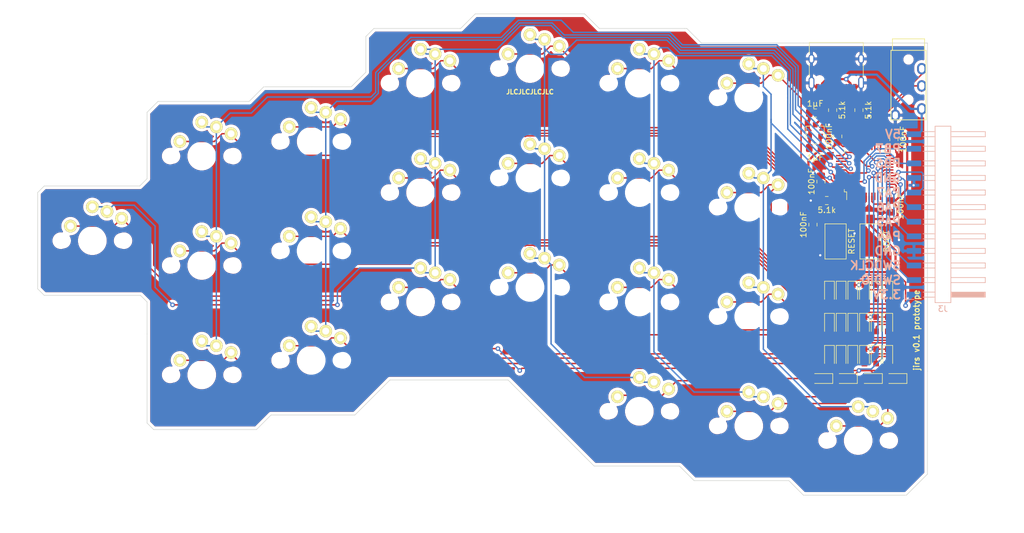
<source format=kicad_pcb>
(kicad_pcb (version 20171130) (host pcbnew 5.1.10)
  (layers (0 F.Cu signal) (31 B.Cu signal) (34 B.Paste user hide) (35 F.Paste user hide) (36 B.SilkS user) (37 F.SilkS user) (38 B.Mask user) (39 F.Mask user) (44 Edge.Cuts user))
  (net 0 "")
  (net 1 GND)
  (net 2 5V)
  (net 3 "Net-(J1-PadB8)")
  (net 4 "Net-(J1-PadA5)")
  (net 5 D-)
  (net 6 D+)
  (net 7 "Net-(J1-PadA8)")
  (net 8 "Net-(J1-PadB5)")
  (net 9 "Net-(R1-Pad1)")
  (net 10 3.3V)
  (net 11 VBAT)
  (net 12 "Net-(U1-Pad5)")
  (net 13 "Net-(U1-Pad6)")
  (net 14 "Net-(C1-Pad2)")
  (net 15 "Net-(U1-Pad10)")
  (net 16 "Net-(U1-Pad11)")
  (net 17 "Net-(U1-Pad12)")
  (net 18 "Net-(U1-Pad13)")
  (net 19 PA4)
  (net 20 PA5)
  (net 21 PA6)
  (net 22 PA7)
  (net 23 ROW1)
  (net 24 ROW2)
  (net 25 ROW3)
  (net 26 ROW4)
  (net 27 SWDIO)
  (net 28 SWDCLK)
  (net 29 COL1)
  (net 30 COL2)
  (net 31 COL3)
  (net 32 COL4)
  (net 33 PB6)
  (net 34 PB7)
  (net 35 COL5)
  (net 36 COL6)
  (net 37 TX)
  (net 38 RX)
  (net 39 "Net-(U1-Pad2)")
  (net 40 "Net-(U1-Pad3)")
  (net 41 "Net-(U1-Pad4)")
  (net 42 "Net-(U1-Pad22)")
  (net 43 "Net-(U1-Pad26)")
  (net 44 "Net-(U1-Pad27)")
  (net 45 "Net-(U1-Pad28)")
  (net 46 "Net-(U1-Pad29)")
  (net 47 "Net-(D26-Pad2)")
  (net 48 "Net-(D36-Pad2)")
  (net 49 "Net-(D35-Pad2)")
  (net 50 "Net-(D34-Pad2)")
  (net 51 "Net-(D33-Pad2)")
  (net 52 "Net-(D25-Pad2)")
  (net 53 "Net-(D24-Pad2)")
  (net 54 "Net-(D23-Pad2)")
  (net 55 "Net-(D21-Pad2)")
  (net 56 "Net-(D20-Pad2)")
  (net 57 "Net-(D19-Pad2)")
  (net 58 "Net-(D16-Pad2)")
  (net 59 "Net-(D14-Pad2)")
  (net 60 "Net-(D12-Pad2)")
  (net 61 "Net-(D11-Pad2)")
  (net 62 "Net-(D10-Pad2)")
  (net 63 "Net-(D15-Pad2)")
  (net 64 "Net-(D9-Pad2)")
  (net 65 "Net-(D7-Pad2)")
  (net 66 "Net-(D6-Pad2)")
  (net 67 "Net-(D5-Pad2)")
  (net 68 "Net-(D17-Pad2)")
  (module custom:CherryMX_Choc_1u (layer F.Cu) (at 114.3 66.675)
    (fp_text reference SW3 hide)
    (fp_text value SW_Push hide)
    (pad 1 thru_hole circle (at 5.1 -3.9 310) (size 2.2 2.2) (drill 1.2) (layers *.Cu F.SilkS B.Mask) (net 67 "Net-(D5-Pad2)"))
    (pad "" np_thru_hole circle (at 0 0 90) (size 4 4) (drill 4) (layers *.Cu *.Mask))
    (pad "" np_thru_hole circle (at -5.5 0 90) (size 1.9 1.9) (drill 1.9) (layers *.Cu *.Mask))
    (pad "" np_thru_hole circle (at 5.5 0 90) (size 1.9 1.9) (drill 1.9) (layers *.Cu *.Mask))
    (pad 2 thru_hole circle (at 0 -5.9 90) (size 2.2 2.2) (drill 1.2) (layers *.Cu F.SilkS B.Mask) (net 29 COL1))
    (pad 2 thru_hole circle (at 2.54 -5.08) (size 2.2 2.2) (drill 1.2) (layers *.Cu F.SilkS B.Mask) (net 29 COL1))
    (pad 1 thru_hole circle (at -3.81 -2.54 50) (size 2.2 2.2) (drill 1.2) (layers *.Cu F.SilkS B.Mask) (net 67 "Net-(D5-Pad2)"))
    (pad "" np_thru_hole circle (at 5.08 0) (size 1.7 1.7) (drill 1.7) (layers *.Cu *.Mask))
    (pad "" np_thru_hole circle (at -5.08 0) (size 1.7 1.7) (drill 1.7) (layers *.Cu *.Mask))
  )
  (module custom:CherryMX_Choc_1u (layer F.Cu) (at 228.6 116.205)
    (fp_text reference SW15 hide)
    (fp_text value SW_Push hide)
    (pad 1 thru_hole circle (at 5.1 -3.9 310) (size 2.2 2.2) (drill 1.2) (layers *.Cu F.SilkS B.Mask) (net 68 "Net-(D17-Pad2)"))
    (pad "" np_thru_hole circle (at 0 0 90) (size 4 4) (drill 4) (layers *.Cu *.Mask))
    (pad "" np_thru_hole circle (at -5.5 0 90) (size 1.9 1.9) (drill 1.9) (layers *.Cu *.Mask))
    (pad "" np_thru_hole circle (at 5.5 0 90) (size 1.9 1.9) (drill 1.9) (layers *.Cu *.Mask))
    (pad 2 thru_hole circle (at 0 -5.9 90) (size 2.2 2.2) (drill 1.2) (layers *.Cu F.SilkS B.Mask) (net 36 COL6))
    (pad 2 thru_hole circle (at 2.54 -5.08) (size 2.2 2.2) (drill 1.2) (layers *.Cu F.SilkS B.Mask) (net 36 COL6))
    (pad 1 thru_hole circle (at -3.81 -2.54 50) (size 2.2 2.2) (drill 1.2) (layers *.Cu F.SilkS B.Mask) (net 68 "Net-(D17-Pad2)"))
    (pad "" np_thru_hole circle (at 5.08 0) (size 1.7 1.7) (drill 1.7) (layers *.Cu *.Mask))
    (pad "" np_thru_hole circle (at -5.08 0) (size 1.7 1.7) (drill 1.7) (layers *.Cu *.Mask))
  )
  (module custom:CherryMX_Choc_1u (layer F.Cu) (at 114.3 85.725)
    (fp_text reference SW4 hide)
    (fp_text value SW_Push hide)
    (pad "" np_thru_hole circle (at -5.08 0) (size 1.7 1.7) (drill 1.7) (layers *.Cu *.Mask))
    (pad "" np_thru_hole circle (at 5.08 0) (size 1.7 1.7) (drill 1.7) (layers *.Cu *.Mask))
    (pad 1 thru_hole circle (at -3.81 -2.54 50) (size 2.2 2.2) (drill 1.2) (layers *.Cu F.SilkS B.Mask) (net 66 "Net-(D6-Pad2)"))
    (pad 2 thru_hole circle (at 2.54 -5.08) (size 2.2 2.2) (drill 1.2) (layers *.Cu F.SilkS B.Mask) (net 29 COL1))
    (pad 2 thru_hole circle (at 0 -5.9 90) (size 2.2 2.2) (drill 1.2) (layers *.Cu F.SilkS B.Mask) (net 29 COL1))
    (pad "" np_thru_hole circle (at 5.5 0 90) (size 1.9 1.9) (drill 1.9) (layers *.Cu *.Mask))
    (pad "" np_thru_hole circle (at -5.5 0 90) (size 1.9 1.9) (drill 1.9) (layers *.Cu *.Mask))
    (pad "" np_thru_hole circle (at 0 0 90) (size 4 4) (drill 4) (layers *.Cu *.Mask))
    (pad 1 thru_hole circle (at 5.1 -3.9 310) (size 2.2 2.2) (drill 1.2) (layers *.Cu F.SilkS B.Mask) (net 66 "Net-(D6-Pad2)"))
  )
  (module custom:CherryMX_Choc_1u (layer F.Cu) (at 114.3 104.775)
    (fp_text reference SW5 hide)
    (fp_text value SW_Push hide)
    (pad 1 thru_hole circle (at 5.1 -3.9 310) (size 2.2 2.2) (drill 1.2) (layers *.Cu F.SilkS B.Mask) (net 65 "Net-(D7-Pad2)"))
    (pad "" np_thru_hole circle (at 0 0 90) (size 4 4) (drill 4) (layers *.Cu *.Mask))
    (pad "" np_thru_hole circle (at -5.5 0 90) (size 1.9 1.9) (drill 1.9) (layers *.Cu *.Mask))
    (pad "" np_thru_hole circle (at 5.5 0 90) (size 1.9 1.9) (drill 1.9) (layers *.Cu *.Mask))
    (pad 2 thru_hole circle (at 0 -5.9 90) (size 2.2 2.2) (drill 1.2) (layers *.Cu F.SilkS B.Mask) (net 29 COL1))
    (pad 2 thru_hole circle (at 2.54 -5.08) (size 2.2 2.2) (drill 1.2) (layers *.Cu F.SilkS B.Mask) (net 29 COL1))
    (pad 1 thru_hole circle (at -3.81 -2.54 50) (size 2.2 2.2) (drill 1.2) (layers *.Cu F.SilkS B.Mask) (net 65 "Net-(D7-Pad2)"))
    (pad "" np_thru_hole circle (at 5.08 0) (size 1.7 1.7) (drill 1.7) (layers *.Cu *.Mask))
    (pad "" np_thru_hole circle (at -5.08 0) (size 1.7 1.7) (drill 1.7) (layers *.Cu *.Mask))
  )
  (module custom:CherryMX_Choc_1u (layer F.Cu) (at 152.4 53.975)
    (fp_text reference SW7 hide)
    (fp_text value SW_Push hide)
    (pad "" np_thru_hole circle (at -5.08 0) (size 1.7 1.7) (drill 1.7) (layers *.Cu *.Mask))
    (pad "" np_thru_hole circle (at 5.08 0) (size 1.7 1.7) (drill 1.7) (layers *.Cu *.Mask))
    (pad 1 thru_hole circle (at -3.81 -2.54 50) (size 2.2 2.2) (drill 1.2) (layers *.Cu F.SilkS B.Mask) (net 64 "Net-(D9-Pad2)"))
    (pad 2 thru_hole circle (at 2.54 -5.08) (size 2.2 2.2) (drill 1.2) (layers *.Cu F.SilkS B.Mask) (net 31 COL3))
    (pad 2 thru_hole circle (at 0 -5.9 90) (size 2.2 2.2) (drill 1.2) (layers *.Cu F.SilkS B.Mask) (net 31 COL3))
    (pad "" np_thru_hole circle (at 5.5 0 90) (size 1.9 1.9) (drill 1.9) (layers *.Cu *.Mask))
    (pad "" np_thru_hole circle (at -5.5 0 90) (size 1.9 1.9) (drill 1.9) (layers *.Cu *.Mask))
    (pad "" np_thru_hole circle (at 0 0 90) (size 4 4) (drill 4) (layers *.Cu *.Mask))
    (pad 1 thru_hole circle (at 5.1 -3.9 310) (size 2.2 2.2) (drill 1.2) (layers *.Cu F.SilkS B.Mask) (net 64 "Net-(D9-Pad2)"))
  )
  (module custom:CherryMX_Choc_1u (layer F.Cu) (at 209.55 75.565)
    (fp_text reference SW13 hide)
    (fp_text value SW_Push hide)
    (pad 1 thru_hole circle (at 5.1 -3.9 310) (size 2.2 2.2) (drill 1.2) (layers *.Cu F.SilkS B.Mask) (net 63 "Net-(D15-Pad2)"))
    (pad "" np_thru_hole circle (at 0 0 90) (size 4 4) (drill 4) (layers *.Cu *.Mask))
    (pad "" np_thru_hole circle (at -5.5 0 90) (size 1.9 1.9) (drill 1.9) (layers *.Cu *.Mask))
    (pad "" np_thru_hole circle (at 5.5 0 90) (size 1.9 1.9) (drill 1.9) (layers *.Cu *.Mask))
    (pad 2 thru_hole circle (at 0 -5.9 90) (size 2.2 2.2) (drill 1.2) (layers *.Cu F.SilkS B.Mask) (net 36 COL6))
    (pad 2 thru_hole circle (at 2.54 -5.08) (size 2.2 2.2) (drill 1.2) (layers *.Cu F.SilkS B.Mask) (net 36 COL6))
    (pad 1 thru_hole circle (at -3.81 -2.54 50) (size 2.2 2.2) (drill 1.2) (layers *.Cu F.SilkS B.Mask) (net 63 "Net-(D15-Pad2)"))
    (pad "" np_thru_hole circle (at 5.08 0) (size 1.7 1.7) (drill 1.7) (layers *.Cu *.Mask))
    (pad "" np_thru_hole circle (at -5.08 0) (size 1.7 1.7) (drill 1.7) (layers *.Cu *.Mask))
  )
  (module custom:CherryMX_Choc_1u (layer F.Cu) (at 152.4 73.025)
    (fp_text reference SW8 hide)
    (fp_text value SW_Push hide)
    (pad "" np_thru_hole circle (at -5.08 0) (size 1.7 1.7) (drill 1.7) (layers *.Cu *.Mask))
    (pad "" np_thru_hole circle (at 5.08 0) (size 1.7 1.7) (drill 1.7) (layers *.Cu *.Mask))
    (pad 1 thru_hole circle (at -3.81 -2.54 50) (size 2.2 2.2) (drill 1.2) (layers *.Cu F.SilkS B.Mask) (net 62 "Net-(D10-Pad2)"))
    (pad 2 thru_hole circle (at 2.54 -5.08) (size 2.2 2.2) (drill 1.2) (layers *.Cu F.SilkS B.Mask) (net 31 COL3))
    (pad 2 thru_hole circle (at 0 -5.9 90) (size 2.2 2.2) (drill 1.2) (layers *.Cu F.SilkS B.Mask) (net 31 COL3))
    (pad "" np_thru_hole circle (at 5.5 0 90) (size 1.9 1.9) (drill 1.9) (layers *.Cu *.Mask))
    (pad "" np_thru_hole circle (at -5.5 0 90) (size 1.9 1.9) (drill 1.9) (layers *.Cu *.Mask))
    (pad "" np_thru_hole circle (at 0 0 90) (size 4 4) (drill 4) (layers *.Cu *.Mask))
    (pad 1 thru_hole circle (at 5.1 -3.9 310) (size 2.2 2.2) (drill 1.2) (layers *.Cu F.SilkS B.Mask) (net 62 "Net-(D10-Pad2)"))
  )
  (module custom:CherryMX_Choc_1u (layer F.Cu) (at 152.4 92.075)
    (fp_text reference SW9 hide)
    (fp_text value SW_Push hide)
    (pad 1 thru_hole circle (at 5.1 -3.9 310) (size 2.2 2.2) (drill 1.2) (layers *.Cu F.SilkS B.Mask) (net 61 "Net-(D11-Pad2)"))
    (pad "" np_thru_hole circle (at 0 0 90) (size 4 4) (drill 4) (layers *.Cu *.Mask))
    (pad "" np_thru_hole circle (at -5.5 0 90) (size 1.9 1.9) (drill 1.9) (layers *.Cu *.Mask))
    (pad "" np_thru_hole circle (at 5.5 0 90) (size 1.9 1.9) (drill 1.9) (layers *.Cu *.Mask))
    (pad 2 thru_hole circle (at 0 -5.9 90) (size 2.2 2.2) (drill 1.2) (layers *.Cu F.SilkS B.Mask) (net 31 COL3))
    (pad 2 thru_hole circle (at 2.54 -5.08) (size 2.2 2.2) (drill 1.2) (layers *.Cu F.SilkS B.Mask) (net 31 COL3))
    (pad 1 thru_hole circle (at -3.81 -2.54 50) (size 2.2 2.2) (drill 1.2) (layers *.Cu F.SilkS B.Mask) (net 61 "Net-(D11-Pad2)"))
    (pad "" np_thru_hole circle (at 5.08 0) (size 1.7 1.7) (drill 1.7) (layers *.Cu *.Mask))
    (pad "" np_thru_hole circle (at -5.08 0) (size 1.7 1.7) (drill 1.7) (layers *.Cu *.Mask))
  )
  (module custom:CherryMX_Choc_1u (layer F.Cu) (at 95.25 81.407)
    (fp_text reference SW10 hide)
    (fp_text value SW_Push hide)
    (pad "" np_thru_hole circle (at -5.08 0) (size 1.7 1.7) (drill 1.7) (layers *.Cu *.Mask))
    (pad "" np_thru_hole circle (at 5.08 0) (size 1.7 1.7) (drill 1.7) (layers *.Cu *.Mask))
    (pad 1 thru_hole circle (at -3.81 -2.54 50) (size 2.2 2.2) (drill 1.2) (layers *.Cu F.SilkS B.Mask) (net 60 "Net-(D12-Pad2)"))
    (pad 2 thru_hole circle (at 2.54 -5.08) (size 2.2 2.2) (drill 1.2) (layers *.Cu F.SilkS B.Mask) (net 31 COL3))
    (pad 2 thru_hole circle (at 0 -5.9 90) (size 2.2 2.2) (drill 1.2) (layers *.Cu F.SilkS B.Mask) (net 31 COL3))
    (pad "" np_thru_hole circle (at 5.5 0 90) (size 1.9 1.9) (drill 1.9) (layers *.Cu *.Mask))
    (pad "" np_thru_hole circle (at -5.5 0 90) (size 1.9 1.9) (drill 1.9) (layers *.Cu *.Mask))
    (pad "" np_thru_hole circle (at 0 0 90) (size 4 4) (drill 4) (layers *.Cu *.Mask))
    (pad 1 thru_hole circle (at 5.1 -3.9 310) (size 2.2 2.2) (drill 1.2) (layers *.Cu F.SilkS B.Mask) (net 60 "Net-(D12-Pad2)"))
  )
  (module custom:CherryMX_Choc_1u (layer F.Cu) (at 209.55 56.515)
    (fp_text reference SW12 hide)
    (fp_text value SW_Push hide)
    (pad 1 thru_hole circle (at 5.1 -3.9 310) (size 2.2 2.2) (drill 1.2) (layers *.Cu F.SilkS B.Mask) (net 59 "Net-(D14-Pad2)"))
    (pad "" np_thru_hole circle (at 0 0 90) (size 4 4) (drill 4) (layers *.Cu *.Mask))
    (pad "" np_thru_hole circle (at -5.5 0 90) (size 1.9 1.9) (drill 1.9) (layers *.Cu *.Mask))
    (pad "" np_thru_hole circle (at 5.5 0 90) (size 1.9 1.9) (drill 1.9) (layers *.Cu *.Mask))
    (pad 2 thru_hole circle (at 0 -5.9 90) (size 2.2 2.2) (drill 1.2) (layers *.Cu F.SilkS B.Mask) (net 36 COL6))
    (pad 2 thru_hole circle (at 2.54 -5.08) (size 2.2 2.2) (drill 1.2) (layers *.Cu F.SilkS B.Mask) (net 36 COL6))
    (pad 1 thru_hole circle (at -3.81 -2.54 50) (size 2.2 2.2) (drill 1.2) (layers *.Cu F.SilkS B.Mask) (net 59 "Net-(D14-Pad2)"))
    (pad "" np_thru_hole circle (at 5.08 0) (size 1.7 1.7) (drill 1.7) (layers *.Cu *.Mask))
    (pad "" np_thru_hole circle (at -5.08 0) (size 1.7 1.7) (drill 1.7) (layers *.Cu *.Mask))
  )
  (module custom:CherryMX_Choc_1u (layer F.Cu) (at 209.55 94.615)
    (fp_text reference SW14 hide)
    (fp_text value SW_Push hide)
    (pad "" np_thru_hole circle (at -5.08 0) (size 1.7 1.7) (drill 1.7) (layers *.Cu *.Mask))
    (pad "" np_thru_hole circle (at 5.08 0) (size 1.7 1.7) (drill 1.7) (layers *.Cu *.Mask))
    (pad 1 thru_hole circle (at -3.81 -2.54 50) (size 2.2 2.2) (drill 1.2) (layers *.Cu F.SilkS B.Mask) (net 58 "Net-(D16-Pad2)"))
    (pad 2 thru_hole circle (at 2.54 -5.08) (size 2.2 2.2) (drill 1.2) (layers *.Cu F.SilkS B.Mask) (net 36 COL6))
    (pad 2 thru_hole circle (at 0 -5.9 90) (size 2.2 2.2) (drill 1.2) (layers *.Cu F.SilkS B.Mask) (net 36 COL6))
    (pad "" np_thru_hole circle (at 5.5 0 90) (size 1.9 1.9) (drill 1.9) (layers *.Cu *.Mask))
    (pad "" np_thru_hole circle (at -5.5 0 90) (size 1.9 1.9) (drill 1.9) (layers *.Cu *.Mask))
    (pad "" np_thru_hole circle (at 0 0 90) (size 4 4) (drill 4) (layers *.Cu *.Mask))
    (pad 1 thru_hole circle (at 5.1 -3.9 310) (size 2.2 2.2) (drill 1.2) (layers *.Cu F.SilkS B.Mask) (net 58 "Net-(D16-Pad2)"))
  )
  (module custom:CherryMX_Choc_1u (layer F.Cu) (at 133.35 64.135)
    (fp_text reference SW17 hide)
    (fp_text value SW_Push hide)
    (pad 1 thru_hole circle (at 5.1 -3.9 310) (size 2.2 2.2) (drill 1.2) (layers *.Cu F.SilkS B.Mask) (net 57 "Net-(D19-Pad2)"))
    (pad "" np_thru_hole circle (at 0 0 90) (size 4 4) (drill 4) (layers *.Cu *.Mask))
    (pad "" np_thru_hole circle (at -5.5 0 90) (size 1.9 1.9) (drill 1.9) (layers *.Cu *.Mask))
    (pad "" np_thru_hole circle (at 5.5 0 90) (size 1.9 1.9) (drill 1.9) (layers *.Cu *.Mask))
    (pad 2 thru_hole circle (at 0 -5.9 90) (size 2.2 2.2) (drill 1.2) (layers *.Cu F.SilkS B.Mask) (net 30 COL2))
    (pad 2 thru_hole circle (at 2.54 -5.08) (size 2.2 2.2) (drill 1.2) (layers *.Cu F.SilkS B.Mask) (net 30 COL2))
    (pad 1 thru_hole circle (at -3.81 -2.54 50) (size 2.2 2.2) (drill 1.2) (layers *.Cu F.SilkS B.Mask) (net 57 "Net-(D19-Pad2)"))
    (pad "" np_thru_hole circle (at 5.08 0) (size 1.7 1.7) (drill 1.7) (layers *.Cu *.Mask))
    (pad "" np_thru_hole circle (at -5.08 0) (size 1.7 1.7) (drill 1.7) (layers *.Cu *.Mask))
  )
  (module custom:CherryMX_Choc_1u (layer F.Cu) (at 133.35 83.185)
    (fp_text reference SW18 hide)
    (fp_text value SW_Push hide)
    (pad "" np_thru_hole circle (at -5.08 0) (size 1.7 1.7) (drill 1.7) (layers *.Cu *.Mask))
    (pad "" np_thru_hole circle (at 5.08 0) (size 1.7 1.7) (drill 1.7) (layers *.Cu *.Mask))
    (pad 1 thru_hole circle (at -3.81 -2.54 50) (size 2.2 2.2) (drill 1.2) (layers *.Cu F.SilkS B.Mask) (net 56 "Net-(D20-Pad2)"))
    (pad 2 thru_hole circle (at 2.54 -5.08) (size 2.2 2.2) (drill 1.2) (layers *.Cu F.SilkS B.Mask) (net 30 COL2))
    (pad 2 thru_hole circle (at 0 -5.9 90) (size 2.2 2.2) (drill 1.2) (layers *.Cu F.SilkS B.Mask) (net 30 COL2))
    (pad "" np_thru_hole circle (at 5.5 0 90) (size 1.9 1.9) (drill 1.9) (layers *.Cu *.Mask))
    (pad "" np_thru_hole circle (at -5.5 0 90) (size 1.9 1.9) (drill 1.9) (layers *.Cu *.Mask))
    (pad "" np_thru_hole circle (at 0 0 90) (size 4 4) (drill 4) (layers *.Cu *.Mask))
    (pad 1 thru_hole circle (at 5.1 -3.9 310) (size 2.2 2.2) (drill 1.2) (layers *.Cu F.SilkS B.Mask) (net 56 "Net-(D20-Pad2)"))
  )
  (module custom:CherryMX_Choc_1u (layer F.Cu) (at 133.35 102.235)
    (fp_text reference SW19 hide)
    (fp_text value SW_Push hide)
    (pad 1 thru_hole circle (at 5.1 -3.9 310) (size 2.2 2.2) (drill 1.2) (layers *.Cu F.SilkS B.Mask) (net 55 "Net-(D21-Pad2)"))
    (pad "" np_thru_hole circle (at 0 0 90) (size 4 4) (drill 4) (layers *.Cu *.Mask))
    (pad "" np_thru_hole circle (at -5.5 0 90) (size 1.9 1.9) (drill 1.9) (layers *.Cu *.Mask))
    (pad "" np_thru_hole circle (at 5.5 0 90) (size 1.9 1.9) (drill 1.9) (layers *.Cu *.Mask))
    (pad 2 thru_hole circle (at 0 -5.9 90) (size 2.2 2.2) (drill 1.2) (layers *.Cu F.SilkS B.Mask) (net 30 COL2))
    (pad 2 thru_hole circle (at 2.54 -5.08) (size 2.2 2.2) (drill 1.2) (layers *.Cu F.SilkS B.Mask) (net 30 COL2))
    (pad 1 thru_hole circle (at -3.81 -2.54 50) (size 2.2 2.2) (drill 1.2) (layers *.Cu F.SilkS B.Mask) (net 55 "Net-(D21-Pad2)"))
    (pad "" np_thru_hole circle (at 5.08 0) (size 1.7 1.7) (drill 1.7) (layers *.Cu *.Mask))
    (pad "" np_thru_hole circle (at -5.08 0) (size 1.7 1.7) (drill 1.7) (layers *.Cu *.Mask))
  )
  (module custom:CherryMX_Choc_1u (layer F.Cu) (at 171.45 51.435)
    (fp_text reference SW21 hide)
    (fp_text value SW_Push hide)
    (pad "" np_thru_hole circle (at -5.08 0) (size 1.7 1.7) (drill 1.7) (layers *.Cu *.Mask))
    (pad "" np_thru_hole circle (at 5.08 0) (size 1.7 1.7) (drill 1.7) (layers *.Cu *.Mask))
    (pad 1 thru_hole circle (at -3.81 -2.54 50) (size 2.2 2.2) (drill 1.2) (layers *.Cu F.SilkS B.Mask) (net 54 "Net-(D23-Pad2)"))
    (pad 2 thru_hole circle (at 2.54 -5.08) (size 2.2 2.2) (drill 1.2) (layers *.Cu F.SilkS B.Mask) (net 32 COL4))
    (pad 2 thru_hole circle (at 0 -5.9 90) (size 2.2 2.2) (drill 1.2) (layers *.Cu F.SilkS B.Mask) (net 32 COL4))
    (pad "" np_thru_hole circle (at 5.5 0 90) (size 1.9 1.9) (drill 1.9) (layers *.Cu *.Mask))
    (pad "" np_thru_hole circle (at -5.5 0 90) (size 1.9 1.9) (drill 1.9) (layers *.Cu *.Mask))
    (pad "" np_thru_hole circle (at 0 0 90) (size 4 4) (drill 4) (layers *.Cu *.Mask))
    (pad 1 thru_hole circle (at 5.1 -3.9 310) (size 2.2 2.2) (drill 1.2) (layers *.Cu F.SilkS B.Mask) (net 54 "Net-(D23-Pad2)"))
  )
  (module custom:CherryMX_Choc_1u (layer F.Cu) (at 171.45 70.485)
    (fp_text reference SW22 hide)
    (fp_text value SW_Push hide)
    (pad 1 thru_hole circle (at 5.1 -3.9 310) (size 2.2 2.2) (drill 1.2) (layers *.Cu F.SilkS B.Mask) (net 53 "Net-(D24-Pad2)"))
    (pad "" np_thru_hole circle (at 0 0 90) (size 4 4) (drill 4) (layers *.Cu *.Mask))
    (pad "" np_thru_hole circle (at -5.5 0 90) (size 1.9 1.9) (drill 1.9) (layers *.Cu *.Mask))
    (pad "" np_thru_hole circle (at 5.5 0 90) (size 1.9 1.9) (drill 1.9) (layers *.Cu *.Mask))
    (pad 2 thru_hole circle (at 0 -5.9 90) (size 2.2 2.2) (drill 1.2) (layers *.Cu F.SilkS B.Mask) (net 32 COL4))
    (pad 2 thru_hole circle (at 2.54 -5.08) (size 2.2 2.2) (drill 1.2) (layers *.Cu F.SilkS B.Mask) (net 32 COL4))
    (pad 1 thru_hole circle (at -3.81 -2.54 50) (size 2.2 2.2) (drill 1.2) (layers *.Cu F.SilkS B.Mask) (net 53 "Net-(D24-Pad2)"))
    (pad "" np_thru_hole circle (at 5.08 0) (size 1.7 1.7) (drill 1.7) (layers *.Cu *.Mask))
    (pad "" np_thru_hole circle (at -5.08 0) (size 1.7 1.7) (drill 1.7) (layers *.Cu *.Mask))
  )
  (module custom:CherryMX_Choc_1u (layer F.Cu) (at 171.45 89.535)
    (fp_text reference SW23 hide)
    (fp_text value SW_Push hide)
    (pad "" np_thru_hole circle (at -5.08 0) (size 1.7 1.7) (drill 1.7) (layers *.Cu *.Mask))
    (pad "" np_thru_hole circle (at 5.08 0) (size 1.7 1.7) (drill 1.7) (layers *.Cu *.Mask))
    (pad 1 thru_hole circle (at -3.81 -2.54 50) (size 2.2 2.2) (drill 1.2) (layers *.Cu F.SilkS B.Mask) (net 52 "Net-(D25-Pad2)"))
    (pad 2 thru_hole circle (at 2.54 -5.08) (size 2.2 2.2) (drill 1.2) (layers *.Cu F.SilkS B.Mask) (net 32 COL4))
    (pad 2 thru_hole circle (at 0 -5.9 90) (size 2.2 2.2) (drill 1.2) (layers *.Cu F.SilkS B.Mask) (net 32 COL4))
    (pad "" np_thru_hole circle (at 5.5 0 90) (size 1.9 1.9) (drill 1.9) (layers *.Cu *.Mask))
    (pad "" np_thru_hole circle (at -5.5 0 90) (size 1.9 1.9) (drill 1.9) (layers *.Cu *.Mask))
    (pad "" np_thru_hole circle (at 0 0 90) (size 4 4) (drill 4) (layers *.Cu *.Mask))
    (pad 1 thru_hole circle (at 5.1 -3.9 310) (size 2.2 2.2) (drill 1.2) (layers *.Cu F.SilkS B.Mask) (net 52 "Net-(D25-Pad2)"))
  )
  (module custom:CherryMX_Choc_1u (layer F.Cu) (at 190.5 53.975)
    (fp_text reference SW31 hide)
    (fp_text value SW_Push hide)
    (pad 1 thru_hole circle (at 5.1 -3.9 310) (size 2.2 2.2) (drill 1.2) (layers *.Cu F.SilkS B.Mask) (net 51 "Net-(D33-Pad2)"))
    (pad "" np_thru_hole circle (at 0 0 90) (size 4 4) (drill 4) (layers *.Cu *.Mask))
    (pad "" np_thru_hole circle (at -5.5 0 90) (size 1.9 1.9) (drill 1.9) (layers *.Cu *.Mask))
    (pad "" np_thru_hole circle (at 5.5 0 90) (size 1.9 1.9) (drill 1.9) (layers *.Cu *.Mask))
    (pad 2 thru_hole circle (at 0 -5.9 90) (size 2.2 2.2) (drill 1.2) (layers *.Cu F.SilkS B.Mask) (net 35 COL5))
    (pad 2 thru_hole circle (at 2.54 -5.08) (size 2.2 2.2) (drill 1.2) (layers *.Cu F.SilkS B.Mask) (net 35 COL5))
    (pad 1 thru_hole circle (at -3.81 -2.54 50) (size 2.2 2.2) (drill 1.2) (layers *.Cu F.SilkS B.Mask) (net 51 "Net-(D33-Pad2)"))
    (pad "" np_thru_hole circle (at 5.08 0) (size 1.7 1.7) (drill 1.7) (layers *.Cu *.Mask))
    (pad "" np_thru_hole circle (at -5.08 0) (size 1.7 1.7) (drill 1.7) (layers *.Cu *.Mask))
  )
  (module custom:CherryMX_Choc_1u (layer F.Cu) (at 190.5 73.025)
    (fp_text reference SW32 hide)
    (fp_text value SW_Push hide)
    (pad "" np_thru_hole circle (at -5.08 0) (size 1.7 1.7) (drill 1.7) (layers *.Cu *.Mask))
    (pad "" np_thru_hole circle (at 5.08 0) (size 1.7 1.7) (drill 1.7) (layers *.Cu *.Mask))
    (pad 1 thru_hole circle (at -3.81 -2.54 50) (size 2.2 2.2) (drill 1.2) (layers *.Cu F.SilkS B.Mask) (net 50 "Net-(D34-Pad2)"))
    (pad 2 thru_hole circle (at 2.54 -5.08) (size 2.2 2.2) (drill 1.2) (layers *.Cu F.SilkS B.Mask) (net 35 COL5))
    (pad 2 thru_hole circle (at 0 -5.9 90) (size 2.2 2.2) (drill 1.2) (layers *.Cu F.SilkS B.Mask) (net 35 COL5))
    (pad "" np_thru_hole circle (at 5.5 0 90) (size 1.9 1.9) (drill 1.9) (layers *.Cu *.Mask))
    (pad "" np_thru_hole circle (at -5.5 0 90) (size 1.9 1.9) (drill 1.9) (layers *.Cu *.Mask))
    (pad "" np_thru_hole circle (at 0 0 90) (size 4 4) (drill 4) (layers *.Cu *.Mask))
    (pad 1 thru_hole circle (at 5.1 -3.9 310) (size 2.2 2.2) (drill 1.2) (layers *.Cu F.SilkS B.Mask) (net 50 "Net-(D34-Pad2)"))
  )
  (module custom:CherryMX_Choc_1u (layer F.Cu) (at 190.5 92.075)
    (fp_text reference SW33 hide)
    (fp_text value SW_Push hide)
    (pad 1 thru_hole circle (at 5.1 -3.9 310) (size 2.2 2.2) (drill 1.2) (layers *.Cu F.SilkS B.Mask) (net 49 "Net-(D35-Pad2)"))
    (pad "" np_thru_hole circle (at 0 0 90) (size 4 4) (drill 4) (layers *.Cu *.Mask))
    (pad "" np_thru_hole circle (at -5.5 0 90) (size 1.9 1.9) (drill 1.9) (layers *.Cu *.Mask))
    (pad "" np_thru_hole circle (at 5.5 0 90) (size 1.9 1.9) (drill 1.9) (layers *.Cu *.Mask))
    (pad 2 thru_hole circle (at 0 -5.9 90) (size 2.2 2.2) (drill 1.2) (layers *.Cu F.SilkS B.Mask) (net 35 COL5))
    (pad 2 thru_hole circle (at 2.54 -5.08) (size 2.2 2.2) (drill 1.2) (layers *.Cu F.SilkS B.Mask) (net 35 COL5))
    (pad 1 thru_hole circle (at -3.81 -2.54 50) (size 2.2 2.2) (drill 1.2) (layers *.Cu F.SilkS B.Mask) (net 49 "Net-(D35-Pad2)"))
    (pad "" np_thru_hole circle (at 5.08 0) (size 1.7 1.7) (drill 1.7) (layers *.Cu *.Mask))
    (pad "" np_thru_hole circle (at -5.08 0) (size 1.7 1.7) (drill 1.7) (layers *.Cu *.Mask))
  )
  (module custom:CherryMX_Choc_1u (layer F.Cu) (at 209.55 113.665)
    (fp_text reference SW34 hide)
    (fp_text value SW_Push hide)
    (pad "" np_thru_hole circle (at -5.08 0) (size 1.7 1.7) (drill 1.7) (layers *.Cu *.Mask))
    (pad "" np_thru_hole circle (at 5.08 0) (size 1.7 1.7) (drill 1.7) (layers *.Cu *.Mask))
    (pad 1 thru_hole circle (at -3.81 -2.54 50) (size 2.2 2.2) (drill 1.2) (layers *.Cu F.SilkS B.Mask) (net 48 "Net-(D36-Pad2)"))
    (pad 2 thru_hole circle (at 2.54 -5.08) (size 2.2 2.2) (drill 1.2) (layers *.Cu F.SilkS B.Mask) (net 35 COL5))
    (pad 2 thru_hole circle (at 0 -5.9 90) (size 2.2 2.2) (drill 1.2) (layers *.Cu F.SilkS B.Mask) (net 35 COL5))
    (pad "" np_thru_hole circle (at 5.5 0 90) (size 1.9 1.9) (drill 1.9) (layers *.Cu *.Mask))
    (pad "" np_thru_hole circle (at -5.5 0 90) (size 1.9 1.9) (drill 1.9) (layers *.Cu *.Mask))
    (pad "" np_thru_hole circle (at 0 0 90) (size 4 4) (drill 4) (layers *.Cu *.Mask))
    (pad 1 thru_hole circle (at 5.1 -3.9 310) (size 2.2 2.2) (drill 1.2) (layers *.Cu F.SilkS B.Mask) (net 48 "Net-(D36-Pad2)"))
  )
  (module custom:CherryMX_Choc_1u (layer F.Cu) (at 190.5 111.125)
    (fp_text reference SW24 hide)
    (fp_text value SW_Push hide)
    (pad 1 thru_hole circle (at 5.1 -3.9 310) (size 2.2 2.2) (drill 1.2) (layers *.Cu F.SilkS B.Mask) (net 47 "Net-(D26-Pad2)"))
    (pad "" np_thru_hole circle (at 0 0 90) (size 4 4) (drill 4) (layers *.Cu *.Mask))
    (pad "" np_thru_hole circle (at -5.5 0 90) (size 1.9 1.9) (drill 1.9) (layers *.Cu *.Mask))
    (pad "" np_thru_hole circle (at 5.5 0 90) (size 1.9 1.9) (drill 1.9) (layers *.Cu *.Mask))
    (pad 2 thru_hole circle (at 0 -5.9 90) (size 2.2 2.2) (drill 1.2) (layers *.Cu F.SilkS B.Mask) (net 32 COL4))
    (pad 2 thru_hole circle (at 2.54 -5.08) (size 2.2 2.2) (drill 1.2) (layers *.Cu F.SilkS B.Mask) (net 32 COL4))
    (pad 1 thru_hole circle (at -3.81 -2.54 50) (size 2.2 2.2) (drill 1.2) (layers *.Cu F.SilkS B.Mask) (net 47 "Net-(D26-Pad2)"))
    (pad "" np_thru_hole circle (at 5.08 0) (size 1.7 1.7) (drill 1.7) (layers *.Cu *.Mask))
    (pad "" np_thru_hole circle (at -5.08 0) (size 1.7 1.7) (drill 1.7) (layers *.Cu *.Mask))
  )
  (module keebio:TRRS-PJ-320A-no-Fmask (layer F.Cu) (at 237.363 48.26)
    (fp_text reference J2)
    (fp_text value AudioJack4)
    (pad 1 thru_hole oval (at -2.3 11.3) (size 1.6 2) (drill oval 0.9 1.3) (layers *.Cu B.Mask) (net 1 GND))
    (pad 2 thru_hole oval (at 2.3 10.2) (size 1.6 2) (drill oval 0.9 1.3) (layers *.Cu B.Mask) (net 2 5V))
    (pad 4 thru_hole oval (at 2.3 3.2) (size 1.6 2) (drill oval 0.9 1.3) (layers *.Cu B.Mask) (net 38 RX))
    (pad "" np_thru_hole circle (at 0 8.6) (size 0.8 0.8) (drill 0.8) (layers *.Cu *.Mask))
    (pad "" np_thru_hole circle (at 0 1.6) (size 0.8 0.8) (drill 0.8) (layers *.Cu *.Mask))
    (pad 3 thru_hole oval (at 2.3 6.2) (size 1.6 2) (drill oval 0.9 1.3) (layers *.Cu B.Mask) (net 37 TX))
    (pad 4 thru_hole oval (at 2.3 3.2) (size 1 1.4) (drill oval 0.9 1.3) (layers *.Cu F.Mask) (net 38 RX))
    (pad 3 thru_hole oval (at 2.3 6.2) (size 1 1.4) (drill oval 0.9 1.3) (layers *.Cu F.Mask) (net 37 TX))
    (pad 2 thru_hole oval (at 2.3 10.2) (size 1 1.4) (drill oval 0.9 1.3) (layers *.Cu F.Mask) (net 2 5V))
    (pad 1 thru_hole oval (at -2.3 11.3) (size 1 1.4) (drill oval 0.9 1.3) (layers *.Cu F.Mask) (net 1 GND))
  )
  (module kicad-harwin:Harwin_M20-89012xx_1x12_P2.54mm_Horizontal (layer B.Cu) (at 243.84 76.835)
    (fp_text reference J3 (at -0.48 16.44) (layer B.SilkS) (effects (justify mirror)))
    (fp_text value Conn_01x12_Male)
    (pad "" smd rect (at 3.895 13.97) (size 6 0.76) (layers B.SilkS))
    (pad 12 smd rect (at -5.525 -13.97) (size 2.5 1) (layers B.Cu B.Paste B.Mask) (net 2 5V))
    (pad 11 smd rect (at -5.525 -11.43) (size 2.5 1) (layers B.Cu B.Paste B.Mask) (net 34 PB7))
    (pad 10 smd rect (at -5.525 -8.89) (size 2.5 1) (layers B.Cu B.Paste B.Mask) (net 33 PB6))
    (pad 9 smd rect (at -5.525 -6.35) (size 2.5 1) (layers B.Cu B.Paste B.Mask) (net 1 GND))
    (pad 8 smd rect (at -5.525 -3.81) (size 2.5 1) (layers B.Cu B.Paste B.Mask) (net 22 PA7))
    (pad 7 smd rect (at -5.525 -1.27) (size 2.5 1) (layers B.Cu B.Paste B.Mask) (net 21 PA6))
    (pad 6 smd rect (at -5.525 1.27) (size 2.5 1) (layers B.Cu B.Paste B.Mask) (net 20 PA5))
    (pad 5 smd rect (at -5.525 3.81) (size 2.5 1) (layers B.Cu B.Paste B.Mask) (net 19 PA4))
    (pad 4 smd rect (at -5.525 6.35) (size 2.5 1) (layers B.Cu B.Paste B.Mask) (net 1 GND))
    (pad 3 smd rect (at -5.525 8.89) (size 2.5 1) (layers B.Cu B.Paste B.Mask) (net 28 SWDCLK))
    (pad 2 smd rect (at -5.525 11.43) (size 2.5 1) (layers B.Cu B.Paste B.Mask) (net 27 SWDIO))
    (pad 1 smd rect (at -5.525 13.97) (size 2.5 1) (layers B.Cu B.Paste B.Mask) (net 10 3.3V))
  )
  (module Button_Switch_SMD:SW_SPST_CK_RS282G05A3 (layer F.Cu) (at 230.759 81.534 90)
    (fp_text reference SW1 hide)
    (fp_text value BOOT (at 0 2.794 90) (layer F.SilkS))
    (pad 2 smd rect (at 3.9 0 90) (size 1.5 1.5) (layers F.Cu F.Paste F.Mask) (net 10 3.3V))
    (pad 1 smd rect (at -3.9 0 90) (size 1.5 1.5) (layers F.Cu F.Paste F.Mask) (net 9 "Net-(R1-Pad1)"))
  )
  (module Button_Switch_SMD:SW_SPST_CK_RS282G05A3 (layer F.Cu) (at 224.663 81.534 90)
    (fp_text reference SW2 hide)
    (fp_text value RESET (at 0 2.794 90) (layer F.SilkS))
    (pad 2 smd rect (at 3.9 0 90) (size 1.5 1.5) (layers F.Cu F.Paste F.Mask) (net 14 "Net-(C1-Pad2)"))
    (pad 1 smd rect (at -3.9 0 90) (size 1.5 1.5) (layers F.Cu F.Paste F.Mask) (net 1 GND))
  )
  (module Capacitor_SMD:C_0805_2012Metric_Pad1.15x1.40mm_HandSolder (layer F.Cu) (at 221.107 59.182)
    (fp_text reference C7 hide)
    (fp_text value 1µF (at 0 -1.65) (layer F.SilkS))
    (pad 2 smd roundrect (at 1.025 0) (size 1.15 1.4) (layers F.Cu F.Paste F.Mask) (roundrect_rratio 0.2173904347826087) (net 2 5V))
    (pad 1 smd roundrect (at -1.025 0) (size 1.15 1.4) (layers F.Cu F.Paste F.Mask) (roundrect_rratio 0.2173904347826087) (net 1 GND))
  )
  (module Capacitor_SMD:C_0805_2012Metric_Pad1.15x1.40mm_HandSolder (layer F.Cu) (at 225.044 63.246 270)
    (fp_text reference C5 hide)
    (fp_text value 100nF (at 0 1.524 270) (layer F.SilkS))
    (pad 2 smd roundrect (at 1.025 0 270) (size 1.15 1.4) (layers F.Cu F.Paste F.Mask) (roundrect_rratio 0.2173904347826087) (net 10 3.3V))
    (pad 1 smd roundrect (at -1.025 0 270) (size 1.15 1.4) (layers F.Cu F.Paste F.Mask) (roundrect_rratio 0.2173904347826087) (net 1 GND))
  )
  (module Capacitor_SMD:C_0805_2012Metric_Pad1.15x1.40mm_HandSolder (layer F.Cu) (at 222.123 71.12 270)
    (fp_text reference C4 hide)
    (fp_text value 100nF (at 0 1.65 270) (layer F.SilkS))
    (pad 2 smd roundrect (at 1.025 0 270) (size 1.15 1.4) (layers F.Cu F.Paste F.Mask) (roundrect_rratio 0.2173904347826087) (net 10 3.3V))
    (pad 1 smd roundrect (at -1.025 0 270) (size 1.15 1.4) (layers F.Cu F.Paste F.Mask) (roundrect_rratio 0.2173904347826087) (net 1 GND))
  )
  (module Capacitor_SMD:C_0805_2012Metric_Pad1.15x1.40mm_HandSolder (layer F.Cu) (at 234.315 75.438 90)
    (fp_text reference C3 hide)
    (fp_text value 100nF (at 0 1.65 90) (layer F.SilkS))
    (pad 2 smd roundrect (at 1.025 0 90) (size 1.15 1.4) (layers F.Cu F.Paste F.Mask) (roundrect_rratio 0.2173904347826087) (net 10 3.3V))
    (pad 1 smd roundrect (at -1.025 0 90) (size 1.15 1.4) (layers F.Cu F.Paste F.Mask) (roundrect_rratio 0.2173904347826087) (net 1 GND))
  )
  (module Capacitor_SMD:C_0805_2012Metric_Pad1.15x1.40mm_HandSolder (layer F.Cu) (at 221.107 65.278)
    (fp_text reference C6 hide)
    (fp_text value 1µF (at 0 1.65) (layer F.SilkS))
    (pad 2 smd roundrect (at 1.025 0) (size 1.15 1.4) (layers F.Cu F.Paste F.Mask) (roundrect_rratio 0.2173904347826087) (net 10 3.3V))
    (pad 1 smd roundrect (at -1.025 0) (size 1.15 1.4) (layers F.Cu F.Paste F.Mask) (roundrect_rratio 0.2173904347826087) (net 1 GND))
  )
  (module Capacitor_SMD:C_0805_2012Metric_Pad1.15x1.40mm_HandSolder (layer F.Cu) (at 220.726 78.613 90)
    (fp_text reference C1 hide)
    (fp_text value 100nF (at 0 -1.65 90) (layer F.SilkS))
    (pad 2 smd roundrect (at 1.025 0 90) (size 1.15 1.4) (layers F.Cu F.Paste F.Mask) (roundrect_rratio 0.2173904347826087) (net 14 "Net-(C1-Pad2)"))
    (pad 1 smd roundrect (at -1.025 0 90) (size 1.15 1.4) (layers F.Cu F.Paste F.Mask) (roundrect_rratio 0.2173904347826087) (net 1 GND))
  )
  (module Capacitor_SMD:C_0805_2012Metric_Pad1.15x1.40mm_HandSolder (layer F.Cu) (at 234.823 63.754 90)
    (fp_text reference C2 hide)
    (fp_text value 100nF (at 0 1.65 90) (layer F.SilkS))
    (pad 2 smd roundrect (at 1.025 0 90) (size 1.15 1.4) (layers F.Cu F.Paste F.Mask) (roundrect_rratio 0.2173904347826087) (net 10 3.3V))
    (pad 1 smd roundrect (at -1.025 0 90) (size 1.15 1.4) (layers F.Cu F.Paste F.Mask) (roundrect_rratio 0.2173904347826087) (net 1 GND))
  )
  (module Diode_SMD:D_SOD-323_HandSoldering (layer F.Cu) (at 233.75944 101.544927 270)
    (fp_text reference D16 hide)
    (fp_text value D3.6)
    (pad 2 smd rect (at 1.25 0 270) (size 1 1) (layers F.Cu F.Paste F.Mask) (net 58 "Net-(D16-Pad2)"))
    (pad 1 smd rect (at -1.25 0 270) (size 1 1) (layers F.Cu F.Paste F.Mask) (net 25 ROW3))
  )
  (module Diode_SMD:D_SOD-323_HandSoldering (layer F.Cu) (at 233.75944 90.368927 270)
    (fp_text reference D14 hide)
    (fp_text value D1.6)
    (pad 2 smd rect (at 1.25 0 270) (size 1 1) (layers F.Cu F.Paste F.Mask) (net 59 "Net-(D14-Pad2)"))
    (pad 1 smd rect (at -1.25 0 270) (size 1 1) (layers F.Cu F.Paste F.Mask) (net 23 ROW1))
  )
  (module Diode_SMD:D_SOD-323_HandSoldering (layer F.Cu) (at 222.27 105.41 180)
    (fp_text reference D12 hide)
    (fp_text value D4.3)
    (pad 2 smd rect (at 1.25 0 180) (size 1 1) (layers F.Cu F.Paste F.Mask) (net 60 "Net-(D12-Pad2)"))
    (pad 1 smd rect (at -1.25 0 180) (size 1 1) (layers F.Cu F.Paste F.Mask) (net 26 ROW4))
  )
  (module Diode_SMD:D_SOD-323_HandSoldering (layer F.Cu) (at 227.66344 101.544927 270)
    (fp_text reference D11 hide)
    (fp_text value D3.3)
    (pad 2 smd rect (at 1.25 0 270) (size 1 1) (layers F.Cu F.Paste F.Mask) (net 61 "Net-(D11-Pad2)"))
    (pad 1 smd rect (at -1.25 0 270) (size 1 1) (layers F.Cu F.Paste F.Mask) (net 25 ROW3))
  )
  (module Diode_SMD:D_SOD-323_HandSoldering (layer F.Cu) (at 227.66344 95.956927 270)
    (fp_text reference D10 hide)
    (fp_text value D2.3)
    (pad 2 smd rect (at 1.25 0 270) (size 1 1) (layers F.Cu F.Paste F.Mask) (net 62 "Net-(D10-Pad2)"))
    (pad 1 smd rect (at -1.25 0 270) (size 1 1) (layers F.Cu F.Paste F.Mask) (net 24 ROW2))
  )
  (module Diode_SMD:D_SOD-323_HandSoldering (layer F.Cu) (at 227.66344 90.368927 270)
    (fp_text reference D9 hide)
    (fp_text value D1.3)
    (pad 2 smd rect (at 1.25 0 270) (size 1 1) (layers F.Cu F.Paste F.Mask) (net 64 "Net-(D9-Pad2)"))
    (pad 1 smd rect (at -1.25 0 270) (size 1 1) (layers F.Cu F.Paste F.Mask) (net 23 ROW1))
  )
  (module Diode_SMD:D_SOD-323_HandSoldering (layer F.Cu) (at 223.59944 101.544927 270)
    (fp_text reference D7 hide)
    (fp_text value D3.1)
    (pad 2 smd rect (at 1.25 0 270) (size 1 1) (layers F.Cu F.Paste F.Mask) (net 65 "Net-(D7-Pad2)"))
    (pad 1 smd rect (at -1.25 0 270) (size 1 1) (layers F.Cu F.Paste F.Mask) (net 25 ROW3))
  )
  (module Diode_SMD:D_SOD-323_HandSoldering (layer F.Cu) (at 223.59944 95.956927 270)
    (fp_text reference D6 hide)
    (fp_text value D2.1)
    (pad 2 smd rect (at 1.25 0 270) (size 1 1) (layers F.Cu F.Paste F.Mask) (net 66 "Net-(D6-Pad2)"))
    (pad 1 smd rect (at -1.25 0 270) (size 1 1) (layers F.Cu F.Paste F.Mask) (net 24 ROW2))
  )
  (module Diode_SMD:D_SOD-323_HandSoldering (layer F.Cu) (at 223.59944 90.368927 270)
    (fp_text reference D5 hide)
    (fp_text value D1.1)
    (pad 2 smd rect (at 1.25 0 270) (size 1 1) (layers F.Cu F.Paste F.Mask) (net 67 "Net-(D5-Pad2)"))
    (pad 1 smd rect (at -1.25 0 270) (size 1 1) (layers F.Cu F.Paste F.Mask) (net 23 ROW1))
  )
  (module Diode_SMD:D_SOD-323_HandSoldering (layer F.Cu) (at 230.906 105.41 180)
    (fp_text reference D36 hide)
    (fp_text value D4.5)
    (pad 2 smd rect (at 1.25 0 180) (size 1 1) (layers F.Cu F.Paste F.Mask) (net 48 "Net-(D36-Pad2)"))
    (pad 1 smd rect (at -1.25 0 180) (size 1 1) (layers F.Cu F.Paste F.Mask) (net 26 ROW4))
  )
  (module Diode_SMD:D_SOD-323_HandSoldering (layer F.Cu) (at 233.75944 95.956927 270)
    (fp_text reference D15 hide)
    (fp_text value D2.6)
    (pad 2 smd rect (at 1.25 0 270) (size 1 1) (layers F.Cu F.Paste F.Mask) (net 63 "Net-(D15-Pad2)"))
    (pad 1 smd rect (at -1.25 0 270) (size 1 1) (layers F.Cu F.Paste F.Mask) (net 24 ROW2))
  )
  (module Diode_SMD:D_SOD-323_HandSoldering (layer F.Cu) (at 231.72744 101.544927 270)
    (fp_text reference D35 hide)
    (fp_text value D3.5)
    (pad 2 smd rect (at 1.25 0 270) (size 1 1) (layers F.Cu F.Paste F.Mask) (net 49 "Net-(D35-Pad2)"))
    (pad 1 smd rect (at -1.25 0 270) (size 1 1) (layers F.Cu F.Paste F.Mask) (net 25 ROW3))
  )
  (module Diode_SMD:D_SOD-323_HandSoldering (layer F.Cu) (at 231.72744 95.956927 270)
    (fp_text reference D34 hide)
    (fp_text value D2.5)
    (pad 2 smd rect (at 1.25 0 270) (size 1 1) (layers F.Cu F.Paste F.Mask) (net 50 "Net-(D34-Pad2)"))
    (pad 1 smd rect (at -1.25 0 270) (size 1 1) (layers F.Cu F.Paste F.Mask) (net 24 ROW2))
  )
  (module Diode_SMD:D_SOD-323_HandSoldering (layer F.Cu) (at 231.72744 90.368927 270)
    (fp_text reference D33 hide)
    (fp_text value D1.5)
    (pad 2 smd rect (at 1.25 0 270) (size 1 1) (layers F.Cu F.Paste F.Mask) (net 51 "Net-(D33-Pad2)"))
    (pad 1 smd rect (at -1.25 0 270) (size 1 1) (layers F.Cu F.Paste F.Mask) (net 23 ROW1))
  )
  (module Diode_SMD:D_SOD-323_HandSoldering (layer F.Cu) (at 226.548 105.41 180)
    (fp_text reference D26 hide)
    (fp_text value D4.4)
    (pad 2 smd rect (at 1.25 0 180) (size 1 1) (layers F.Cu F.Paste F.Mask) (net 47 "Net-(D26-Pad2)"))
    (pad 1 smd rect (at -1.25 0 180) (size 1 1) (layers F.Cu F.Paste F.Mask) (net 26 ROW4))
  )
  (module Diode_SMD:D_SOD-323_HandSoldering (layer F.Cu) (at 229.69544 101.544927 270)
    (fp_text reference D25 hide)
    (fp_text value D3.4)
    (pad 2 smd rect (at 1.25 0 270) (size 1 1) (layers F.Cu F.Paste F.Mask) (net 52 "Net-(D25-Pad2)"))
    (pad 1 smd rect (at -1.25 0 270) (size 1 1) (layers F.Cu F.Paste F.Mask) (net 25 ROW3))
  )
  (module Diode_SMD:D_SOD-323_HandSoldering (layer F.Cu) (at 229.69544 95.956927 270)
    (fp_text reference D24 hide)
    (fp_text value D2.4)
    (pad 2 smd rect (at 1.25 0 270) (size 1 1) (layers F.Cu F.Paste F.Mask) (net 53 "Net-(D24-Pad2)"))
    (pad 1 smd rect (at -1.25 0 270) (size 1 1) (layers F.Cu F.Paste F.Mask) (net 24 ROW2))
  )
  (module Diode_SMD:D_SOD-323_HandSoldering (layer F.Cu) (at 229.69544 90.368927 270)
    (fp_text reference D23 hide)
    (fp_text value D1.4)
    (pad 2 smd rect (at 1.25 0 270) (size 1 1) (layers F.Cu F.Paste F.Mask) (net 54 "Net-(D23-Pad2)"))
    (pad 1 smd rect (at -1.25 0 270) (size 1 1) (layers F.Cu F.Paste F.Mask) (net 23 ROW1))
  )
  (module Diode_SMD:D_SOD-323_HandSoldering (layer F.Cu) (at 225.63144 101.544927 270)
    (fp_text reference D21 hide)
    (fp_text value D3.2)
    (pad 2 smd rect (at 1.25 0 270) (size 1 1) (layers F.Cu F.Paste F.Mask) (net 55 "Net-(D21-Pad2)"))
    (pad 1 smd rect (at -1.25 0 270) (size 1 1) (layers F.Cu F.Paste F.Mask) (net 25 ROW3))
  )
  (module Diode_SMD:D_SOD-323_HandSoldering (layer F.Cu) (at 225.63144 95.956927 270)
    (fp_text reference D20 hide)
    (fp_text value D2.2)
    (pad 2 smd rect (at 1.25 0 270) (size 1 1) (layers F.Cu F.Paste F.Mask) (net 56 "Net-(D20-Pad2)"))
    (pad 1 smd rect (at -1.25 0 270) (size 1 1) (layers F.Cu F.Paste F.Mask) (net 24 ROW2))
  )
  (module Diode_SMD:D_SOD-323_HandSoldering (layer F.Cu) (at 225.63144 90.368927 270)
    (fp_text reference D19 hide)
    (fp_text value D1.2)
    (pad 2 smd rect (at 1.25 0 270) (size 1 1) (layers F.Cu F.Paste F.Mask) (net 57 "Net-(D19-Pad2)"))
    (pad 1 smd rect (at -1.25 0 270) (size 1 1) (layers F.Cu F.Paste F.Mask) (net 23 ROW1))
  )
  (module Diode_SMD:D_SOD-323_HandSoldering (layer F.Cu) (at 235.184 105.41 180)
    (fp_text reference D17 hide)
    (fp_text value D4.6)
    (pad 2 smd rect (at 1.25 0 180) (size 1 1) (layers F.Cu F.Paste F.Mask) (net 68 "Net-(D17-Pad2)"))
    (pad 1 smd rect (at -1.25 0 180) (size 1 1) (layers F.Cu F.Paste F.Mask) (net 26 ROW4))
  )
  (module Package_QFP:LQFP-48_7x7mm_P0.5mm (layer F.Cu) (at 229.743 69.342 90)
    (fp_text reference U1 hide)
    (fp_text value STM32)
    (pad 48 smd rect (at -2.75 -4.35 180) (size 1.3 0.25) (layers F.Cu F.Paste F.Mask) (net 10 3.3V))
    (pad 47 smd rect (at -2.25 -4.35 180) (size 1.3 0.25) (layers F.Cu F.Paste F.Mask) (net 1 GND))
    (pad 46 smd rect (at -1.75 -4.35 180) (size 1.3 0.25) (layers F.Cu F.Paste F.Mask) (net 36 COL6))
    (pad 45 smd rect (at -1.25 -4.35 180) (size 1.3 0.25) (layers F.Cu F.Paste F.Mask) (net 35 COL5))
    (pad 44 smd rect (at -0.75 -4.35 180) (size 1.3 0.25) (layers F.Cu F.Paste F.Mask) (net 9 "Net-(R1-Pad1)"))
    (pad 43 smd rect (at -0.25 -4.35 180) (size 1.3 0.25) (layers F.Cu F.Paste F.Mask) (net 34 PB7))
    (pad 42 smd rect (at 0.25 -4.35 180) (size 1.3 0.25) (layers F.Cu F.Paste F.Mask) (net 33 PB6))
    (pad 41 smd rect (at 0.75 -4.35 180) (size 1.3 0.25) (layers F.Cu F.Paste F.Mask) (net 32 COL4))
    (pad 40 smd rect (at 1.25 -4.35 180) (size 1.3 0.25) (layers F.Cu F.Paste F.Mask) (net 31 COL3))
    (pad 39 smd rect (at 1.75 -4.35 180) (size 1.3 0.25) (layers F.Cu F.Paste F.Mask) (net 30 COL2))
    (pad 38 smd rect (at 2.25 -4.35 180) (size 1.3 0.25) (layers F.Cu F.Paste F.Mask) (net 29 COL1))
    (pad 37 smd rect (at 2.75 -4.35 180) (size 1.3 0.25) (layers F.Cu F.Paste F.Mask) (net 28 SWDCLK))
    (pad 36 smd rect (at 4.35 -2.75 90) (size 1.3 0.25) (layers F.Cu F.Paste F.Mask) (net 10 3.3V))
    (pad 35 smd rect (at 4.35 -2.25 90) (size 1.3 0.25) (layers F.Cu F.Paste F.Mask) (net 1 GND))
    (pad 34 smd rect (at 4.35 -1.75 90) (size 1.3 0.25) (layers F.Cu F.Paste F.Mask) (net 27 SWDIO))
    (pad 33 smd rect (at 4.35 -1.25 90) (size 1.3 0.25) (layers F.Cu F.Paste F.Mask) (net 6 D+))
    (pad 32 smd rect (at 4.35 -0.75 90) (size 1.3 0.25) (layers F.Cu F.Paste F.Mask) (net 5 D-))
    (pad 31 smd rect (at 4.35 -0.25 90) (size 1.3 0.25) (layers F.Cu F.Paste F.Mask) (net 38 RX))
    (pad 30 smd rect (at 4.35 0.25 90) (size 1.3 0.25) (layers F.Cu F.Paste F.Mask) (net 37 TX))
    (pad 29 smd rect (at 4.35 0.75 90) (size 1.3 0.25) (layers F.Cu F.Paste F.Mask) (net 46 "Net-(U1-Pad29)"))
    (pad 28 smd rect (at 4.35 1.25 90) (size 1.3 0.25) (layers F.Cu F.Paste F.Mask) (net 45 "Net-(U1-Pad28)"))
    (pad 27 smd rect (at 4.35 1.75 90) (size 1.3 0.25) (layers F.Cu F.Paste F.Mask) (net 44 "Net-(U1-Pad27)"))
    (pad 26 smd rect (at 4.35 2.25 90) (size 1.3 0.25) (layers F.Cu F.Paste F.Mask) (net 43 "Net-(U1-Pad26)"))
    (pad 25 smd rect (at 4.35 2.75 90) (size 1.3 0.25) (layers F.Cu F.Paste F.Mask) (net 1 GND))
    (pad 24 smd rect (at 2.75 4.35 180) (size 1.3 0.25) (layers F.Cu F.Paste F.Mask) (net 10 3.3V))
    (pad 23 smd rect (at 2.25 4.35 180) (size 1.3 0.25) (layers F.Cu F.Paste F.Mask) (net 1 GND))
    (pad 22 smd rect (at 1.75 4.35 180) (size 1.3 0.25) (layers F.Cu F.Paste F.Mask) (net 42 "Net-(U1-Pad22)"))
    (pad 21 smd rect (at 1.25 4.35 180) (size 1.3 0.25) (layers F.Cu F.Paste F.Mask) (net 26 ROW4))
    (pad 20 smd rect (at 0.75 4.35 180) (size 1.3 0.25) (layers F.Cu F.Paste F.Mask) (net 25 ROW3))
    (pad 19 smd rect (at 0.25 4.35 180) (size 1.3 0.25) (layers F.Cu F.Paste F.Mask) (net 24 ROW2))
    (pad 18 smd rect (at -0.25 4.35 180) (size 1.3 0.25) (layers F.Cu F.Paste F.Mask) (net 23 ROW1))
    (pad 17 smd rect (at -0.75 4.35 180) (size 1.3 0.25) (layers F.Cu F.Paste F.Mask) (net 22 PA7))
    (pad 16 smd rect (at -1.25 4.35 180) (size 1.3 0.25) (layers F.Cu F.Paste F.Mask) (net 21 PA6))
    (pad 15 smd rect (at -1.75 4.35 180) (size 1.3 0.25) (layers F.Cu F.Paste F.Mask) (net 20 PA5))
    (pad 14 smd rect (at -2.25 4.35 180) (size 1.3 0.25) (layers F.Cu F.Paste F.Mask) (net 19 PA4))
    (pad 13 smd rect (at -2.75 4.35 180) (size 1.3 0.25) (layers F.Cu F.Paste F.Mask) (net 18 "Net-(U1-Pad13)"))
    (pad 12 smd rect (at -4.35 2.75 90) (size 1.3 0.25) (layers F.Cu F.Paste F.Mask) (net 17 "Net-(U1-Pad12)"))
    (pad 11 smd rect (at -4.35 2.25 90) (size 1.3 0.25) (layers F.Cu F.Paste F.Mask) (net 16 "Net-(U1-Pad11)"))
    (pad 10 smd rect (at -4.35 1.75 90) (size 1.3 0.25) (layers F.Cu F.Paste F.Mask) (net 15 "Net-(U1-Pad10)"))
    (pad 9 smd rect (at -4.35 1.25 90) (size 1.3 0.25) (layers F.Cu F.Paste F.Mask) (net 10 3.3V))
    (pad 8 smd rect (at -4.35 0.75 90) (size 1.3 0.25) (layers F.Cu F.Paste F.Mask) (net 1 GND))
    (pad 7 smd rect (at -4.35 0.25 90) (size 1.3 0.25) (layers F.Cu F.Paste F.Mask) (net 14 "Net-(C1-Pad2)"))
    (pad 6 smd rect (at -4.35 -0.25 90) (size 1.3 0.25) (layers F.Cu F.Paste F.Mask) (net 13 "Net-(U1-Pad6)"))
    (pad 5 smd rect (at -4.35 -0.75 90) (size 1.3 0.25) (layers F.Cu F.Paste F.Mask) (net 12 "Net-(U1-Pad5)"))
    (pad 4 smd rect (at -4.35 -1.25 90) (size 1.3 0.25) (layers F.Cu F.Paste F.Mask) (net 41 "Net-(U1-Pad4)"))
    (pad 3 smd rect (at -4.35 -1.75 90) (size 1.3 0.25) (layers F.Cu F.Paste F.Mask) (net 40 "Net-(U1-Pad3)"))
    (pad 2 smd rect (at -4.35 -2.25 90) (size 1.3 0.25) (layers F.Cu F.Paste F.Mask) (net 39 "Net-(U1-Pad2)"))
    (pad 1 smd rect (at -4.35 -2.75 90) (size 1.3 0.25) (layers F.Cu F.Paste F.Mask) (net 11 VBAT))
  )
  (module Package_TO_SOT_SMD:SOT-23 (layer F.Cu) (at 221.107 62.23 90)
    (fp_text reference U2 hide)
    (fp_text value LDO)
    (pad 3 smd rect (at 1 0 90) (size 0.9 0.8) (layers F.Cu F.Paste F.Mask) (net 2 5V))
    (pad 2 smd rect (at -1 0.95 90) (size 0.9 0.8) (layers F.Cu F.Paste F.Mask) (net 10 3.3V))
    (pad 1 smd rect (at -1 -0.95 90) (size 0.9 0.8) (layers F.Cu F.Paste F.Mask) (net 1 GND))
  )
  (module Resistor_SMD:R_0805_2012Metric_Pad1.15x1.40mm_HandSolder (layer F.Cu) (at 223.13 74.422 180)
    (fp_text reference R1 hide)
    (fp_text value 5.1k (at 0 -1.65 180) (layer F.SilkS))
    (pad 2 smd roundrect (at 1.025 0 180) (size 1.15 1.4) (layers F.Cu F.Paste F.Mask) (roundrect_rratio 0.2173904347826087) (net 1 GND))
    (pad 1 smd roundrect (at -1.025 0 180) (size 1.15 1.4) (layers F.Cu F.Paste F.Mask) (roundrect_rratio 0.2173904347826087) (net 9 "Net-(R1-Pad1)"))
  )
  (module Resistor_SMD:R_0805_2012Metric_Pad1.15x1.40mm_HandSolder (layer F.Cu) (at 224.155 58.674 270)
    (fp_text reference R6 hide)
    (fp_text value 5.1k (at 0 -1.65 270) (layer F.SilkS))
    (pad 2 smd roundrect (at 1.025 0 270) (size 1.15 1.4) (layers F.Cu F.Paste F.Mask) (roundrect_rratio 0.2173904347826087) (net 1 GND))
    (pad 1 smd roundrect (at -1.025 0 270) (size 1.15 1.4) (layers F.Cu F.Paste F.Mask) (roundrect_rratio 0.2173904347826087) (net 8 "Net-(J1-PadB5)"))
  )
  (module Resistor_SMD:R_0805_2012Metric_Pad1.15x1.40mm_HandSolder (layer F.Cu) (at 228.727 58.674 270)
    (fp_text reference R7 hide)
    (fp_text value 5.1k (at 0 -1.65 270) (layer F.SilkS))
    (pad 2 smd roundrect (at 1.025 0 270) (size 1.15 1.4) (layers F.Cu F.Paste F.Mask) (roundrect_rratio 0.2173904347826087) (net 1 GND))
    (pad 1 smd roundrect (at -1.025 0 270) (size 1.15 1.4) (layers F.Cu F.Paste F.Mask) (roundrect_rratio 0.2173904347826087) (net 4 "Net-(J1-PadA5)"))
  )
  (module kicad-usb:USB_C_Receptacle_HRO_TYPE-C-31-M-12 (layer F.Cu) (at 224.79 50.8 180)
    (fp_text reference J1 hide)
    (fp_text value USB_C_Receptacle_USB2.0)
    (pad B1 smd rect (at 3.25 -4.045 180) (size 0.6 1.45) (layers F.Cu F.Paste F.Mask) (net 1 GND))
    (pad A9 smd rect (at 2.45 -4.045 180) (size 0.6 1.45) (layers F.Cu F.Paste F.Mask) (net 2 5V))
    (pad B9 smd rect (at -2.45 -4.045 180) (size 0.6 1.45) (layers F.Cu F.Paste F.Mask) (net 2 5V))
    (pad B12 smd rect (at -3.25 -4.045 180) (size 0.6 1.45) (layers F.Cu F.Paste F.Mask) (net 1 GND))
    (pad A1 smd rect (at -3.25 -4.045 180) (size 0.6 1.45) (layers F.Cu F.Paste F.Mask) (net 1 GND))
    (pad A4 smd rect (at -2.45 -4.045 180) (size 0.6 1.45) (layers F.Cu F.Paste F.Mask) (net 2 5V))
    (pad B4 smd rect (at 2.45 -4.045 180) (size 0.6 1.45) (layers F.Cu F.Paste F.Mask) (net 2 5V))
    (pad A12 smd rect (at 3.25 -4.045 180) (size 0.6 1.45) (layers F.Cu F.Paste F.Mask) (net 1 GND))
    (pad B8 smd rect (at -1.75 -4.045 180) (size 0.3 1.45) (layers F.Cu F.Paste F.Mask) (net 3 "Net-(J1-PadB8)"))
    (pad A5 smd rect (at -1.25 -4.045 180) (size 0.3 1.45) (layers F.Cu F.Paste F.Mask) (net 4 "Net-(J1-PadA5)"))
    (pad B7 smd rect (at -0.75 -4.045 180) (size 0.3 1.45) (layers F.Cu F.Paste F.Mask) (net 5 D-))
    (pad A7 smd rect (at 0.25 -4.045 180) (size 0.3 1.45) (layers F.Cu F.Paste F.Mask) (net 5 D-))
    (pad B6 smd rect (at 0.75 -4.045 180) (size 0.3 1.45) (layers F.Cu F.Paste F.Mask) (net 6 D+))
    (pad A8 smd rect (at 1.25 -4.045 180) (size 0.3 1.45) (layers F.Cu F.Paste F.Mask) (net 7 "Net-(J1-PadA8)"))
    (pad B5 smd rect (at 1.75 -4.045 180) (size 0.3 1.45) (layers F.Cu F.Paste F.Mask) (net 8 "Net-(J1-PadB5)"))
    (pad A6 smd rect (at -0.25 -4.045 180) (size 0.3 1.45) (layers F.Cu F.Paste F.Mask) (net 6 D+))
    (pad S1 thru_hole oval (at 4.32 -3.13 180) (size 1 2.1) (drill oval 0.6 1.7) (layers *.Cu *.Mask) (net 1 GND))
    (pad S1 thru_hole oval (at -4.32 -3.13 180) (size 1 2.1) (drill oval 0.6 1.7) (layers *.Cu *.Mask) (net 1 GND))
    (pad "" np_thru_hole circle (at -2.89 -2.6 180) (size 0.65 0.65) (drill 0.65) (layers *.Cu *.Mask))
    (pad S1 thru_hole oval (at -4.32 1.05 180) (size 1 1.6) (drill oval 0.6 1.2) (layers *.Cu *.Mask) (net 1 GND))
    (pad "" np_thru_hole circle (at 2.89 -2.6 180) (size 0.65 0.65) (drill 0.65) (layers *.Cu *.Mask))
    (pad S1 thru_hole oval (at 4.32 1.05 180) (size 1 1.6) (drill oval 0.6 1.2) (layers *.Cu *.Mask) (net 1 GND))
  )
  (gr_line (start 142.875 45.847) (end 142.875 52.07) (layer Edge.Cuts) (width 0.1))
  (gr_line (start 144.272 44.45) (end 159.258 44.45) (layer Edge.Cuts) (width 0.1))
  (gr_line (start 133.477 54.61) (end 140.335 54.61) (layer Edge.Cuts) (width 0.1))
  (gr_line (start 142.875 45.847) (end 144.272 44.45) (layer Edge.Cuts) (width 0.1))
  (gr_line (start 140.335 54.61) (end 142.875 52.07) (layer Edge.Cuts) (width 0.1))
  (gr_line (start 104.775 70.612) (end 104.775 59.055) (layer Edge.Cuts) (width 0.1))
  (gr_line (start 104.775 92.075) (end 104.775 97.663) (layer Edge.Cuts) (width 0.1))
  (gr_line (start 147.066 105.664) (end 167.64 105.664) (layer Edge.Cuts) (width 0.1))
  (gr_line (start 142.875 109.855) (end 147.066 105.664) (layer Edge.Cuts) (width 0.1))
  (gr_line (start 125.095 54.61) (end 133.477 54.61) (layer Edge.Cuts) (width 0.1))
  (gr_line (start 86.868 90.932) (end 103.632 90.932) (layer Edge.Cuts) (width 0.1))
  (gr_line (start 86.868 71.882) (end 103.505 71.882) (layer Edge.Cuts) (width 0.1))
  (gr_line (start 85.725 73.025) (end 85.725 89.789) (layer Edge.Cuts) (width 0.1))
  (gr_line (start 86.868 71.882) (end 85.725 73.025) (layer Edge.Cuts) (width 0.1))
  (gr_line (start 86.868 90.932) (end 85.725 89.789) (layer Edge.Cuts) (width 0.1))
  (gr_line (start 105.918 114.3) (end 123.825 114.3) (layer Edge.Cuts) (width 0.1))
  (gr_line (start 104.775 97.663) (end 104.775 113.157) (layer Edge.Cuts) (width 0.1))
  (gr_line (start 104.775 113.157) (end 105.918 114.3) (layer Edge.Cuts) (width 0.1))
  (gr_line (start 103.632 90.932) (end 104.775 92.075) (layer Edge.Cuts) (width 0.1))
  (gr_line (start 197.485 120.65) (end 182.626 120.65) (layer Edge.Cuts) (width 0.1))
  (gr_line (start 200.025 123.19) (end 197.485 120.65) (layer Edge.Cuts) (width 0.1))
  (gr_line (start 216.535 123.19) (end 200.025 123.19) (layer Edge.Cuts) (width 0.1))
  (gr_line (start 219.075 125.73) (end 216.535 123.19) (layer Edge.Cuts) (width 0.1))
  (gr_line (start 219.837 125.73) (end 219.075 125.73) (layer Edge.Cuts) (width 0.1))
  (gr_line (start 103.505 71.882) (end 104.775 70.612) (layer Edge.Cuts) (width 0.1))
  (gr_line (start 201.295 46.99) (end 219.075 46.99) (layer Edge.Cuts) (width 0.1))
  (gr_line (start 198.755 44.45) (end 201.295 46.99) (layer Edge.Cuts) (width 0.1))
  (gr_line (start 198.374 44.45) (end 198.755 44.45) (layer Edge.Cuts) (width 0.1))
  (gr_line (start 183.515 44.45) (end 198.374 44.45) (layer Edge.Cuts) (width 0.1))
  (gr_line (start 180.975 41.91) (end 183.515 44.45) (layer Edge.Cuts) (width 0.1))
  (gr_line (start 140.97 111.76) (end 126.365 111.76) (layer Edge.Cuts) (width 0.1))
  (gr_line (start 142.875 109.855) (end 140.97 111.76) (layer Edge.Cuts) (width 0.1))
  (gr_line (start 180.975 118.999) (end 167.64 105.664) (layer Edge.Cuts) (width 0.1))
  (gr_line (start 159.385 44.45) (end 161.925 41.91) (layer Edge.Cuts) (width 0.1))
  (gr_line (start 159.258 44.45) (end 159.385 44.45) (layer Edge.Cuts) (width 0.1))
  (gr_line (start 122.555 57.15) (end 125.095 54.61) (layer Edge.Cuts) (width 0.1))
  (gr_line (start 122.428 57.15) (end 122.555 57.15) (layer Edge.Cuts) (width 0.1))
  (gr_line (start 122.174 57.15) (end 122.428 57.15) (layer Edge.Cuts) (width 0.1))
  (gr_line (start 121.92 57.15) (end 122.174 57.15) (layer Edge.Cuts) (width 0.1))
  (gr_line (start 106.68 57.15) (end 121.92 57.15) (layer Edge.Cuts) (width 0.1))
  (gr_line (start 104.775 59.055) (end 106.68 57.15) (layer Edge.Cuts) (width 0.1))
  (gr_line (start 123.825 114.3) (end 126.365 111.76) (layer Edge.Cuts) (width 0.1))
  (gr_line (start 240.665 122.047) (end 240.665 104.14) (layer Edge.Cuts) (width 0.1))
  (gr_line (start 238.125 124.587) (end 240.665 122.047) (layer Edge.Cuts) (width 0.1))
  (gr_line (start 236.982 125.73) (end 238.125 124.587) (layer Edge.Cuts) (width 0.1))
  (gr_line (start 219.837 125.73) (end 236.982 125.73) (layer Edge.Cuts) (width 0.1))
  (gr_line (start 180.975 118.999) (end 182.626 120.65) (layer Edge.Cuts) (width 0.1))
  (gr_text JLCJLCJLCJLC (at 171.45 55.499) (layer F.SilkS) (effects (font (size 0.8 0.8) (thickness 0.2))))
  (gr_text "jirs v0.1 prototype" (at 238.76 104.14 90) (layer F.SilkS) (effects (font (size 1 1) (thickness 0.2)) (justify left)))
  (gr_text 5V (at 236.22 62.865) (layer B.SilkS) (effects (font (size 1.5 1.5) (thickness 0.3)) (justify left mirror)))
  (gr_text PB7 (at 236.22 65.405) (layer B.SilkS) (effects (font (size 1.5 1.5) (thickness 0.3)) (justify left mirror)))
  (gr_text PB6 (at 236.22 67.945) (layer B.SilkS) (effects (font (size 1.5 1.5) (thickness 0.3)) (justify left mirror)))
  (gr_text GND (at 236.22 70.485) (layer B.SilkS) (effects (font (size 1.5 1.5) (thickness 0.3)) (justify left mirror)))
  (gr_text PA7 (at 236.22 73.025) (layer B.SilkS) (effects (font (size 1.5 1.5) (thickness 0.3)) (justify left mirror)))
  (gr_text PA6 (at 236.22 75.565) (layer B.SilkS) (effects (font (size 1.5 1.5) (thickness 0.3)) (justify left mirror)))
  (gr_text PA5 (at 236.22 78.105) (layer B.SilkS) (effects (font (size 1.5 1.5) (thickness 0.3)) (justify left mirror)))
  (gr_text PA4 (at 236.22 80.645) (layer B.SilkS) (effects (font (size 1.5 1.5) (thickness 0.3)) (justify left mirror)))
  (gr_text GND (at 236.22 83.185) (layer B.SilkS) (effects (font (size 1.5 1.5) (thickness 0.3)) (justify left mirror)))
  (gr_text SWDCLK (at 236.22 85.725) (layer B.SilkS) (effects (font (size 1.5 1.5) (thickness 0.3)) (justify left mirror)))
  (gr_text SWDIO (at 236.22 88.265) (layer B.SilkS) (effects (font (size 1.5 1.5) (thickness 0.3)) (justify left mirror)))
  (gr_text 3.3V (at 236.22 90.805) (layer B.SilkS) (effects (font (size 1.5 1.5) (thickness 0.3)) (justify left mirror)))
  (gr_line (start 240.665 46.99) (end 240.665 104.14) (layer Edge.Cuts) (width 0.1))
  (gr_line (start 219.075 46.99) (end 240.665 46.99) (layer Edge.Cuts) (width 0.1))
  (gr_line (start 161.925 41.91) (end 180.975 41.91) (layer Edge.Cuts) (width 0.1))
  (segment (start 227.913 54.972) (end 228.068 54.972) (width 0.25) (layer F.Cu) (net 1))
  (segment (start 230.493 73.692) (end 230.493 75.426) (width 0.25) (layer F.Cu) (net 1))
  (segment (start 235.331 66.714002) (end 235.331 66.302999) (width 0.25) (layer F.Cu) (net 1))
  (segment (start 234.093 67.092) (end 234.953002 67.092) (width 0.25) (layer F.Cu) (net 1))
  (segment (start 234.953002 67.092) (end 235.331 66.714002) (width 0.25) (layer F.Cu) (net 1))
  (segment (start 235.331 66.302999) (end 234.823 64.779) (width 0.25) (layer F.Cu) (net 1))
  (via (at 220.345 74.422) (size 0.8) (drill 0.4) (layers F.Cu B.Cu) (net 1))
  (via (at 221.996 83.947) (size 0.8) (drill 0.4) (layers F.Cu B.Cu) (net 1))
  (via (at 227.965 80.137) (size 0.8) (drill 0.4) (layers F.Cu B.Cu) (net 1))
  (segment (start 223.62 71.592) (end 223.529 71.501) (width 0.25) (layer F.Cu) (net 1))
  (segment (start 225.393 71.592) (end 223.62 71.592) (width 0.25) (layer F.Cu) (net 1))
  (segment (start 223.529 71.501) (end 222.123 70.095) (width 0.25) (layer F.Cu) (net 1))
  (segment (start 234.823 64.779) (end 234.823 64.779) (width 0.25) (layer F.Cu) (net 1))
  (via (at 235.712 81.28) (size 0.8) (drill 0.4) (layers F.Cu B.Cu) (net 1))
  (via (at 238.252 71.755) (size 0.8) (drill 0.4) (layers F.Cu B.Cu) (net 1))
  (via (at 236.347 63.627) (size 0.8) (drill 0.4) (layers F.Cu B.Cu) (net 1))
  (via (at 220.726 69.596) (size 0.8) (drill 0.4) (layers F.Cu B.Cu) (net 1))
  (via (at 223.52 61.214) (size 0.8) (drill 0.4) (layers F.Cu B.Cu) (net 1))
  (segment (start 226.245372 62.844372) (end 225.667372 62.844372) (width 0.25) (layer F.Cu) (net 1))
  (segment (start 225.667372 62.844372) (end 225.044 62.221) (width 0.25) (layer F.Cu) (net 1))
  (segment (start 227.493 64.092) (end 226.245372 62.844372) (width 0.25) (layer F.Cu) (net 1))
  (segment (start 227.493 64.992) (end 227.493 64.092) (width 0.25) (layer F.Cu) (net 1))
  (via (at 230.505 59.69) (size 0.8) (drill 0.4) (layers F.Cu B.Cu) (net 1))
  (segment (start 232.493 64.992) (end 232.493 63.583) (width 0.25) (layer F.Cu) (net 1))
  (segment (start 221.385 54.845) (end 220.47 53.93) (width 0.381) (layer F.Cu) (net 1))
  (segment (start 221.54 54.845) (end 221.385 54.845) (width 0.381) (layer F.Cu) (net 1))
  (segment (start 235.195 64.779) (end 236.347 63.627) (width 0.381) (layer F.Cu) (net 1))
  (segment (start 234.823 64.779) (end 235.195 64.779) (width 0.381) (layer F.Cu) (net 1))
  (segment (start 228.195 54.845) (end 229.11 53.93) (width 0.381) (layer F.Cu) (net 1))
  (segment (start 228.04 54.845) (end 228.195 54.845) (width 0.381) (layer F.Cu) (net 1))
  (segment (start 238.125 62.675) (end 238.315 62.865) (width 0.25) (layer B.Cu) (net 2))
  (segment (start 227.24 54.012) (end 227.24 54.845) (width 0.381) (layer F.Cu) (net 2))
  (segment (start 226.507489 53.279489) (end 226.507489 53.279489) (width 0.381) (layer F.Cu) (net 2))
  (segment (start 223.079453 53.279489) (end 226.507489 53.279489) (width 0.381) (layer F.Cu) (net 2))
  (segment (start 222.34 54.018942) (end 223.079453 53.279489) (width 0.381) (layer F.Cu) (net 2))
  (segment (start 222.34 54.845) (end 222.34 54.018942) (width 0.381) (layer F.Cu) (net 2))
  (segment (start 226.507489 53.279489) (end 227.24 54.012) (width 0.381) (layer F.Cu) (net 2))
  (via (at 226.507489 53.279489) (size 0.8) (drill 0.4) (layers F.Cu B.Cu) (net 2))
  (segment (start 238.482 58.46) (end 239.663 58.46) (width 0.381) (layer B.Cu) (net 2))
  (segment (start 237.793058 58.46) (end 238.482 58.46) (width 0.381) (layer B.Cu) (net 2))
  (segment (start 227.297488 52.48949) (end 231.822548 52.48949) (width 0.381) (layer B.Cu) (net 2))
  (segment (start 231.822548 52.48949) (end 237.793058 58.46) (width 0.381) (layer B.Cu) (net 2))
  (segment (start 226.507489 53.279489) (end 227.297488 52.48949) (width 0.381) (layer B.Cu) (net 2))
  (segment (start 239.065 62.865) (end 238.315 62.865) (width 0.381) (layer B.Cu) (net 2))
  (segment (start 239.649 62.281) (end 239.065 62.865) (width 0.381) (layer B.Cu) (net 2))
  (segment (start 239.649 61.976) (end 239.649 62.281) (width 0.381) (layer B.Cu) (net 2))
  (segment (start 239.663 58.46) (end 239.663 61.962) (width 0.381) (layer B.Cu) (net 2))
  (segment (start 239.663 61.962) (end 239.649 61.976) (width 0.381) (layer B.Cu) (net 2))
  (segment (start 222.34 54.845) (end 222.34 58.974) (width 0.381) (layer F.Cu) (net 2))
  (segment (start 222.132 60.205) (end 221.107 61.23) (width 0.381) (layer F.Cu) (net 2))
  (segment (start 222.132 59.182) (end 222.132 60.205) (width 0.381) (layer F.Cu) (net 2))
  (segment (start 226.06 54.904) (end 226.06 55.70359) (width 0.25) (layer F.Cu) (net 4))
  (segment (start 226.04 54.845) (end 226.04 54.884) (width 0.25) (layer F.Cu) (net 4))
  (segment (start 226.04 54.884) (end 226.06 54.904) (width 0.25) (layer F.Cu) (net 4))
  (segment (start 228.103628 57.025628) (end 228.727 57.649) (width 0.25) (layer F.Cu) (net 4))
  (segment (start 227.382038 57.025628) (end 228.103628 57.025628) (width 0.25) (layer F.Cu) (net 4))
  (segment (start 226.06 55.70359) (end 227.382038 57.025628) (width 0.25) (layer F.Cu) (net 4))
  (segment (start 225.464999 55.895001) (end 225.54 55.82) (width 0.25) (layer F.Cu) (net 5))
  (segment (start 224.615001 55.895001) (end 225.464999 55.895001) (width 0.25) (layer F.Cu) (net 5))
  (segment (start 224.54 55.82) (end 224.615001 55.895001) (width 0.25) (layer F.Cu) (net 5))
  (segment (start 225.54 55.82) (end 225.54 54.845) (width 0.25) (layer F.Cu) (net 5))
  (segment (start 224.54 54.845) (end 224.54 55.82) (width 0.25) (layer F.Cu) (net 5))
  (segment (start 228.993 64.092) (end 228.993 64.992) (width 0.25) (layer F.Cu) (net 5))
  (segment (start 228.993 63.95559) (end 228.993 64.092) (width 0.25) (layer F.Cu) (net 5))
  (segment (start 226.89101 61.8536) (end 228.993 63.95559) (width 0.25) (layer F.Cu) (net 5))
  (segment (start 226.89101 57.17101) (end 226.89101 61.8536) (width 0.25) (layer F.Cu) (net 5))
  (segment (start 225.54 55.82) (end 226.89101 57.17101) (width 0.25) (layer F.Cu) (net 5))
  (segment (start 225.04 53.87) (end 225.04 54.845) (width 0.25) (layer F.Cu) (net 6))
  (segment (start 224.964999 53.794999) (end 225.04 53.87) (width 0.25) (layer F.Cu) (net 6))
  (segment (start 224.115001 53.794999) (end 224.964999 53.794999) (width 0.25) (layer F.Cu) (net 6))
  (segment (start 224.04 53.87) (end 224.115001 53.794999) (width 0.25) (layer F.Cu) (net 6))
  (segment (start 224.04 54.845) (end 224.04 53.87) (width 0.25) (layer F.Cu) (net 6))
  (segment (start 228.493 64.092) (end 228.493 64.992) (width 0.25) (layer F.Cu) (net 6))
  (segment (start 224.04 55.95641) (end 224.83258 56.74899) (width 0.25) (layer F.Cu) (net 6))
  (segment (start 224.04 54.845) (end 224.04 55.95641) (width 0.25) (layer F.Cu) (net 6))
  (segment (start 224.83258 56.74899) (end 225.02399 56.74899) (width 0.25) (layer F.Cu) (net 6))
  (segment (start 225.02399 56.74899) (end 226.441 58.166) (width 0.25) (layer F.Cu) (net 6))
  (segment (start 226.441 58.166) (end 226.441 62.04) (width 0.25) (layer F.Cu) (net 6))
  (segment (start 226.441 62.04) (end 228.493 64.092) (width 0.25) (layer F.Cu) (net 6))
  (segment (start 223.04 56.534) (end 224.155 57.649) (width 0.25) (layer F.Cu) (net 8))
  (segment (start 223.04 54.845) (end 223.04 56.534) (width 0.25) (layer F.Cu) (net 8))
  (segment (start 229.759 85.434) (end 230.759 85.434) (width 0.25) (layer F.Cu) (net 9))
  (segment (start 226.621 82.296) (end 229.759 85.434) (width 0.25) (layer F.Cu) (net 9))
  (segment (start 222.123 76.454) (end 220.27181 76.454) (width 0.25) (layer F.Cu) (net 9))
  (segment (start 224.155 74.422) (end 222.123 76.454) (width 0.25) (layer F.Cu) (net 9))
  (segment (start 220.27181 76.454) (end 219.70099 77.02482) (width 0.25) (layer F.Cu) (net 9))
  (segment (start 219.70099 77.02482) (end 219.70099 80.20118) (width 0.25) (layer F.Cu) (net 9))
  (segment (start 219.70099 80.20118) (end 221.79581 82.296) (width 0.25) (layer F.Cu) (net 9))
  (segment (start 221.79581 82.296) (end 226.621 82.296) (width 0.25) (layer F.Cu) (net 9))
  (segment (start 224.83 74.422) (end 224.155 74.422) (width 0.25) (layer F.Cu) (net 9))
  (segment (start 227.203 71.146094) (end 227.203 72.049) (width 0.25) (layer F.Cu) (net 9))
  (segment (start 226.148906 70.092) (end 227.203 71.146094) (width 0.25) (layer F.Cu) (net 9))
  (segment (start 227.203 72.049) (end 224.83 74.422) (width 0.25) (layer F.Cu) (net 9))
  (segment (start 225.393 70.092) (end 226.148906 70.092) (width 0.25) (layer F.Cu) (net 9))
  (segment (start 225.892 64.992) (end 225.171 64.271) (width 0.25) (layer F.Cu) (net 10))
  (segment (start 226.993 64.992) (end 225.892 64.992) (width 0.25) (layer F.Cu) (net 10))
  (segment (start 230.993 74.592) (end 231.437372 75.036372) (width 0.25) (layer F.Cu) (net 10))
  (segment (start 233.691628 75.036372) (end 234.315 74.413) (width 0.25) (layer F.Cu) (net 10))
  (segment (start 231.437372 75.036372) (end 233.691628 75.036372) (width 0.25) (layer F.Cu) (net 10))
  (segment (start 230.993 73.692) (end 230.993 74.592) (width 0.25) (layer F.Cu) (net 10))
  (segment (start 222.176 72.092) (end 222.123 72.145) (width 0.25) (layer F.Cu) (net 10))
  (segment (start 225.393 72.092) (end 222.176 72.092) (width 0.25) (layer F.Cu) (net 10))
  (segment (start 234.199628 63.352372) (end 234.823 62.729) (width 0.25) (layer F.Cu) (net 10))
  (segment (start 233.79799 63.75401) (end 234.199628 63.352372) (width 0.25) (layer F.Cu) (net 10))
  (segment (start 233.79799 65.92199) (end 233.79799 63.75401) (width 0.25) (layer F.Cu) (net 10))
  (segment (start 234.093 66.217) (end 233.79799 65.92199) (width 0.25) (layer F.Cu) (net 10))
  (segment (start 234.093 66.592) (end 234.093 66.217) (width 0.25) (layer F.Cu) (net 10))
  (segment (start 225.171 64.271) (end 225.053 64.389) (width 0.25) (layer F.Cu) (net 10))
  (via (at 236.855 92.71) (size 0.8) (drill 0.4) (layers F.Cu B.Cu) (net 10))
  (segment (start 224.037 65.278) (end 225.044 64.271) (width 0.381) (layer F.Cu) (net 10))
  (segment (start 222.132 65.278) (end 224.037 65.278) (width 0.381) (layer F.Cu) (net 10))
  (segment (start 221.499628 71.521628) (end 222.123 72.145) (width 0.381) (layer F.Cu) (net 10))
  (segment (start 219.935499 67.474501) (end 219.935499 69.957499) (width 0.381) (layer F.Cu) (net 10))
  (segment (start 219.935499 69.957499) (end 221.499628 71.521628) (width 0.381) (layer F.Cu) (net 10))
  (segment (start 222.132 65.278) (end 219.935499 67.474501) (width 0.381) (layer F.Cu) (net 10))
  (segment (start 222.786423 86.878394) (end 235.105772 86.878394) (width 0.381) (layer F.Cu) (net 10))
  (segment (start 219.18548 83.277451) (end 222.786423 86.878394) (width 0.381) (layer F.Cu) (net 10))
  (segment (start 219.18548 74.28252) (end 219.18548 83.277451) (width 0.381) (layer F.Cu) (net 10))
  (segment (start 221.323 72.145) (end 219.18548 74.28252) (width 0.381) (layer F.Cu) (net 10))
  (segment (start 222.123 72.145) (end 221.323 72.145) (width 0.381) (layer F.Cu) (net 10))
  (segment (start 235.105772 83.111772) (end 235.105772 86.878394) (width 0.381) (layer F.Cu) (net 10))
  (segment (start 230.759 78.765) (end 235.105772 83.111772) (width 0.381) (layer F.Cu) (net 10))
  (segment (start 230.759 77.634) (end 230.759 78.765) (width 0.381) (layer F.Cu) (net 10))
  (segment (start 231.89 77.634) (end 230.759 77.634) (width 0.381) (layer F.Cu) (net 10))
  (segment (start 234.82482 77.634) (end 231.89 77.634) (width 0.381) (layer F.Cu) (net 10))
  (segment (start 235.458 77.00082) (end 234.82482 77.634) (width 0.381) (layer F.Cu) (net 10))
  (segment (start 235.458 75.556) (end 235.458 77.00082) (width 0.381) (layer F.Cu) (net 10))
  (segment (start 234.315 74.413) (end 235.458 75.556) (width 0.381) (layer F.Cu) (net 10))
  (segment (start 237.137501 63.247559) (end 236.618942 62.729) (width 0.381) (layer F.Cu) (net 10))
  (segment (start 236.618942 62.729) (end 235.623 62.729) (width 0.381) (layer F.Cu) (net 10))
  (segment (start 237.137501 72.390499) (end 237.137501 63.247559) (width 0.381) (layer F.Cu) (net 10))
  (segment (start 235.623 62.729) (end 234.823 62.729) (width 0.381) (layer F.Cu) (net 10))
  (segment (start 235.115 74.413) (end 237.137501 72.390499) (width 0.381) (layer F.Cu) (net 10))
  (segment (start 234.315 74.413) (end 235.115 74.413) (width 0.381) (layer F.Cu) (net 10))
  (segment (start 222.057 65.203) (end 222.132 65.278) (width 0.381) (layer F.Cu) (net 10))
  (segment (start 222.057 63.23) (end 222.057 65.203) (width 0.381) (layer F.Cu) (net 10))
  (segment (start 236.855 88.627622) (end 236.855 92.71) (width 0.25) (layer F.Cu) (net 10))
  (segment (start 235.105772 86.878394) (end 236.855 88.627622) (width 0.25) (layer F.Cu) (net 10))
  (segment (start 236.855 92.265) (end 238.315 90.805) (width 0.381) (layer B.Cu) (net 10))
  (segment (start 236.855 92.71) (end 236.855 92.265) (width 0.381) (layer B.Cu) (net 10))
  (segment (start 225.663 77.634) (end 224.663 77.634) (width 0.25) (layer F.Cu) (net 14))
  (segment (start 226.911002 77.634) (end 225.663 77.634) (width 0.25) (layer F.Cu) (net 14))
  (segment (start 229.993 74.552002) (end 226.911002 77.634) (width 0.25) (layer F.Cu) (net 14))
  (segment (start 229.993 73.692) (end 229.993 74.552002) (width 0.25) (layer F.Cu) (net 14))
  (segment (start 220.772 77.634) (end 220.726 77.588) (width 0.25) (layer F.Cu) (net 14))
  (segment (start 224.663 77.634) (end 220.772 77.634) (width 0.25) (layer F.Cu) (net 14))
  (via (at 234.823 73.025) (size 0.8) (drill 0.4) (layers F.Cu B.Cu) (net 19))
  (segment (start 234.823 77.903) (end 234.823 73.590685) (width 0.25) (layer B.Cu) (net 19))
  (segment (start 237.565 80.645) (end 234.823 77.903) (width 0.25) (layer B.Cu) (net 19))
  (segment (start 234.823 73.590685) (end 234.823 73.025) (width 0.25) (layer B.Cu) (net 19))
  (segment (start 238.315 80.645) (end 237.565 80.645) (width 0.25) (layer B.Cu) (net 19))
  (segment (start 235.222999 72.625001) (end 234.823 73.025) (width 0.25) (layer F.Cu) (net 19))
  (segment (start 235.222999 71.821999) (end 235.222999 72.625001) (width 0.25) (layer F.Cu) (net 19))
  (segment (start 234.993 71.592) (end 235.222999 71.821999) (width 0.25) (layer F.Cu) (net 19))
  (segment (start 234.093 71.592) (end 234.993 71.592) (width 0.25) (layer F.Cu) (net 19))
  (via (at 235.966 71.628) (size 0.8) (drill 0.4) (layers F.Cu B.Cu) (net 20))
  (segment (start 238.315 78.105) (end 237.565 78.105) (width 0.25) (layer B.Cu) (net 20))
  (segment (start 235.966 72.193685) (end 235.966 71.628) (width 0.25) (layer B.Cu) (net 20))
  (segment (start 235.711998 71.628) (end 235.966 71.628) (width 0.25) (layer F.Cu) (net 20))
  (segment (start 237.565 78.105) (end 235.966 76.506) (width 0.25) (layer B.Cu) (net 20))
  (segment (start 235.966 76.506) (end 235.966 72.193685) (width 0.25) (layer B.Cu) (net 20))
  (segment (start 235.66541 71.628) (end 235.966 71.628) (width 0.25) (layer F.Cu) (net 20))
  (segment (start 235.12941 71.092) (end 235.66541 71.628) (width 0.25) (layer F.Cu) (net 20))
  (segment (start 234.093 71.092) (end 235.12941 71.092) (width 0.25) (layer F.Cu) (net 20))
  (segment (start 234.093 70.592) (end 235.819 70.592) (width 0.25) (layer F.Cu) (net 21))
  (segment (start 235.819 70.592) (end 235.819 70.592) (width 0.25) (layer F.Cu) (net 21))
  (via (at 235.819 70.592) (size 0.8) (drill 0.4) (layers F.Cu B.Cu) (net 21))
  (segment (start 237.565 75.565) (end 238.315 75.565) (width 0.25) (layer B.Cu) (net 21))
  (segment (start 236.739999 70.947314) (end 236.739999 74.739999) (width 0.25) (layer B.Cu) (net 21))
  (segment (start 236.384685 70.592) (end 236.739999 70.947314) (width 0.25) (layer B.Cu) (net 21))
  (segment (start 236.739999 74.739999) (end 237.565 75.565) (width 0.25) (layer B.Cu) (net 21))
  (segment (start 235.819 70.592) (end 236.384685 70.592) (width 0.25) (layer B.Cu) (net 21))
  (segment (start 234.993 70.092) (end 235.616 69.469) (width 0.25) (layer F.Cu) (net 22))
  (segment (start 234.093 70.092) (end 234.993 70.092) (width 0.25) (layer F.Cu) (net 22))
  (segment (start 235.616 69.469) (end 235.616 69.469) (width 0.25) (layer F.Cu) (net 22))
  (via (at 235.616 69.469) (size 0.8) (drill 0.4) (layers F.Cu B.Cu) (net 22))
  (segment (start 239.890001 72.199999) (end 239.065 73.025) (width 0.25) (layer B.Cu) (net 22))
  (segment (start 239.890001 69.724999) (end 239.890001 72.199999) (width 0.25) (layer B.Cu) (net 22))
  (segment (start 239.634002 69.469) (end 239.890001 69.724999) (width 0.25) (layer B.Cu) (net 22))
  (segment (start 239.065 73.025) (end 238.315 73.025) (width 0.25) (layer B.Cu) (net 22))
  (segment (start 235.616 69.469) (end 239.634002 69.469) (width 0.25) (layer B.Cu) (net 22))
  (segment (start 223.59944 89.118927) (end 228.727 89.118927) (width 0.25) (layer F.Cu) (net 23))
  (segment (start 230.759 89.118927) (end 233.75944 89.118927) (width 0.25) (layer F.Cu) (net 23))
  (segment (start 233.30582 69.592) (end 232.53982 70.358) (width 0.25) (layer F.Cu) (net 23))
  (segment (start 234.093 69.592) (end 233.30582 69.592) (width 0.25) (layer F.Cu) (net 23))
  (segment (start 232.53982 70.358) (end 230.505 70.358) (width 0.25) (layer F.Cu) (net 23))
  (segment (start 230.505 70.358) (end 230.505 70.358) (width 0.25) (layer F.Cu) (net 23))
  (via (at 230.505 70.358) (size 0.8) (drill 0.4) (layers F.Cu B.Cu) (net 23))
  (segment (start 228.727 89.118927) (end 230.759 89.118927) (width 0.25) (layer F.Cu) (net 23))
  (via (at 228.727 89.118927) (size 0.8) (drill 0.4) (layers F.Cu B.Cu) (net 23))
  (segment (start 230.505 87.340927) (end 230.505 70.358) (width 0.25) (layer B.Cu) (net 23))
  (segment (start 228.727 89.118927) (end 230.505 87.340927) (width 0.25) (layer B.Cu) (net 23))
  (segment (start 223.59944 94.706927) (end 230.759 94.706927) (width 0.25) (layer F.Cu) (net 24))
  (segment (start 230.759 94.706927) (end 233.75944 94.706927) (width 0.25) (layer F.Cu) (net 24))
  (via (at 230.759 94.706927) (size 0.8) (drill 0.4) (layers F.Cu B.Cu) (net 24))
  (segment (start 234.089 69.088) (end 234.093 69.092) (width 0.25) (layer F.Cu) (net 24))
  (segment (start 231.267 69.596) (end 231.267 69.596) (width 0.25) (layer F.Cu) (net 24))
  (segment (start 232.649016 69.612394) (end 231.861346 69.612394) (width 0.25) (layer F.Cu) (net 24))
  (segment (start 230.759 94.706927) (end 231.295661 94.170266) (width 0.25) (layer B.Cu) (net 24))
  (segment (start 231.295661 70.178079) (end 231.295661 69.612394) (width 0.25) (layer B.Cu) (net 24))
  (segment (start 233.16941 69.092) (end 232.649016 69.612394) (width 0.25) (layer F.Cu) (net 24))
  (segment (start 231.861346 69.612394) (end 231.295661 69.612394) (width 0.25) (layer F.Cu) (net 24))
  (segment (start 231.295661 94.170266) (end 231.295661 70.178079) (width 0.25) (layer B.Cu) (net 24))
  (segment (start 234.093 69.092) (end 233.16941 69.092) (width 0.25) (layer F.Cu) (net 24))
  (via (at 231.295661 69.612394) (size 0.8) (drill 0.4) (layers F.Cu B.Cu) (net 24))
  (segment (start 223.59944 100.294927) (end 230.759 100.294927) (width 0.25) (layer F.Cu) (net 25))
  (segment (start 232.029 68.834) (end 232.029 68.834) (width 0.25) (layer F.Cu) (net 25))
  (segment (start 230.759 100.294927) (end 233.75944 100.294927) (width 0.25) (layer F.Cu) (net 25))
  (via (at 230.759 100.294927) (size 0.8) (drill 0.4) (layers F.Cu B.Cu) (net 25))
  (segment (start 232.035892 99.018035) (end 232.035892 69.408793) (width 0.25) (layer B.Cu) (net 25))
  (segment (start 232.781892 68.843108) (end 232.601577 68.843108) (width 0.25) (layer F.Cu) (net 25))
  (segment (start 232.601577 68.843108) (end 232.035892 68.843108) (width 0.25) (layer F.Cu) (net 25))
  (segment (start 232.035892 69.408793) (end 232.035892 68.843108) (width 0.25) (layer B.Cu) (net 25))
  (segment (start 233.033 68.592) (end 232.781892 68.843108) (width 0.25) (layer F.Cu) (net 25))
  (via (at 232.035892 68.843108) (size 0.8) (drill 0.4) (layers F.Cu B.Cu) (net 25))
  (segment (start 234.093 68.592) (end 233.033 68.592) (width 0.25) (layer F.Cu) (net 25))
  (segment (start 230.759 100.294927) (end 232.035892 99.018035) (width 0.25) (layer B.Cu) (net 25))
  (via (at 228.727 104.013) (size 0.8) (drill 0.4) (layers F.Cu B.Cu) (net 26))
  (segment (start 232.791 68.072) (end 232.791 68.072) (width 0.25) (layer B.Cu) (net 26))
  (segment (start 234.093 68.092) (end 232.884411 68.092) (width 0.25) (layer F.Cu) (net 26))
  (segment (start 232.884411 68.092) (end 232.727096 67.934685) (width 0.25) (layer F.Cu) (net 26))
  (segment (start 232.791 67.998589) (end 232.727096 67.934685) (width 0.25) (layer B.Cu) (net 26))
  (via (at 232.727096 67.934685) (size 0.8) (drill 0.4) (layers F.Cu B.Cu) (net 26))
  (segment (start 232.791 101.854) (end 232.791 67.998589) (width 0.25) (layer B.Cu) (net 26))
  (segment (start 232.791 101.854) (end 230.886 103.759) (width 0.25) (layer B.Cu) (net 26))
  (segment (start 229.87 104.013) (end 229.108 104.013) (width 0.25) (layer F.Cu) (net 26))
  (segment (start 229.108 104.013) (end 234.696 104.013) (width 0.25) (layer F.Cu) (net 26))
  (segment (start 236.434 105.41) (end 236.434 104.735) (width 0.25) (layer F.Cu) (net 26))
  (segment (start 235.712 104.013) (end 234.696 104.013) (width 0.25) (layer F.Cu) (net 26))
  (segment (start 236.434 104.735) (end 235.712 104.013) (width 0.25) (layer F.Cu) (net 26))
  (segment (start 230.759 104.013) (end 228.727 104.013) (width 0.25) (layer F.Cu) (net 26))
  (segment (start 232.156 105.41) (end 230.759 104.013) (width 0.25) (layer F.Cu) (net 26))
  (segment (start 227.798 104.942) (end 228.727 104.013) (width 0.25) (layer F.Cu) (net 26))
  (segment (start 227.798 105.41) (end 227.798 104.942) (width 0.25) (layer F.Cu) (net 26))
  (segment (start 224.917 104.013) (end 228.727 104.013) (width 0.25) (layer F.Cu) (net 26))
  (segment (start 223.52 105.41) (end 224.917 104.013) (width 0.25) (layer F.Cu) (net 26))
  (segment (start 228.981 103.759) (end 228.727 104.013) (width 0.25) (layer B.Cu) (net 26))
  (segment (start 230.886 103.759) (end 228.981 103.759) (width 0.25) (layer B.Cu) (net 26))
  (segment (start 233.553 84.253) (end 233.553 67.687587) (width 0.25) (layer B.Cu) (net 27))
  (segment (start 237.565 88.265) (end 233.553 84.253) (width 0.25) (layer B.Cu) (net 27))
  (segment (start 232.314136 67.164003) (end 232.133287 67.344852) (width 0.25) (layer B.Cu) (net 27))
  (segment (start 233.029416 67.164003) (end 232.314136 67.164003) (width 0.25) (layer B.Cu) (net 27))
  (segment (start 232.133287 67.344852) (end 231.733288 67.744851) (width 0.25) (layer B.Cu) (net 27))
  (via (at 231.733288 67.744851) (size 0.8) (drill 0.4) (layers F.Cu B.Cu) (net 27))
  (segment (start 233.553 67.687587) (end 233.029416 67.164003) (width 0.25) (layer B.Cu) (net 27))
  (segment (start 238.315 88.265) (end 237.565 88.265) (width 0.25) (layer B.Cu) (net 27))
  (segment (start 228.204415 65.967001) (end 229.955438 65.967001) (width 0.25) (layer F.Cu) (net 27))
  (segment (start 227.993 65.755585) (end 228.204415 65.967001) (width 0.25) (layer F.Cu) (net 27))
  (segment (start 227.993 64.992) (end 227.993 65.755585) (width 0.25) (layer F.Cu) (net 27))
  (segment (start 231.333289 67.344852) (end 231.733288 67.744851) (width 0.25) (layer F.Cu) (net 27))
  (segment (start 229.955438 65.967001) (end 231.333289 67.344852) (width 0.25) (layer F.Cu) (net 27))
  (segment (start 234.061 67.559177) (end 233.157825 66.656002) (width 0.25) (layer B.Cu) (net 28))
  (segment (start 231.796818 66.656002) (end 230.639427 67.813393) (width 0.25) (layer B.Cu) (net 28))
  (segment (start 234.061 82.221) (end 234.061 67.559177) (width 0.25) (layer B.Cu) (net 28))
  (via (at 231.039426 68.464974) (size 0.8) (drill 0.4) (layers F.Cu B.Cu) (net 28))
  (segment (start 230.639427 68.064975) (end 231.039426 68.464974) (width 0.25) (layer B.Cu) (net 28))
  (segment (start 233.157825 66.656002) (end 231.796818 66.656002) (width 0.25) (layer B.Cu) (net 28))
  (segment (start 230.639427 67.813393) (end 230.639427 68.064975) (width 0.25) (layer B.Cu) (net 28))
  (segment (start 238.315 85.725) (end 237.565 85.725) (width 0.25) (layer B.Cu) (net 28))
  (segment (start 237.565 85.725) (end 234.061 82.221) (width 0.25) (layer B.Cu) (net 28))
  (segment (start 230.065981 68.464974) (end 230.473741 68.464974) (width 0.25) (layer F.Cu) (net 28))
  (segment (start 227.641007 66.04) (end 230.065981 68.464974) (width 0.25) (layer F.Cu) (net 28))
  (segment (start 225.393 66.592) (end 225.918 66.592) (width 0.25) (layer F.Cu) (net 28))
  (segment (start 230.473741 68.464974) (end 231.039426 68.464974) (width 0.25) (layer F.Cu) (net 28))
  (segment (start 226.47 66.04) (end 227.641007 66.04) (width 0.25) (layer F.Cu) (net 28))
  (segment (start 225.918 66.592) (end 226.47 66.04) (width 0.25) (layer F.Cu) (net 28))
  (via (at 227.075996 66.802) (size 0.8) (drill 0.4) (layers F.Cu B.Cu) (net 29))
  (segment (start 226.785996 67.092) (end 227.075996 66.802) (width 0.25) (layer F.Cu) (net 29))
  (segment (start 225.393 67.092) (end 226.785996 67.092) (width 0.25) (layer F.Cu) (net 29))
  (segment (start 115.12 61.595) (end 114.3 60.775) (width 0.25) (layer B.Cu) (net 29))
  (segment (start 116.84 61.595) (end 115.12 61.595) (width 0.25) (layer B.Cu) (net 29))
  (segment (start 116.84 61.595) (end 116.84 80.645) (width 0.25) (layer B.Cu) (net 29))
  (segment (start 115.12 80.645) (end 114.3 79.825) (width 0.25) (layer B.Cu) (net 29))
  (segment (start 116.84 80.645) (end 115.12 80.645) (width 0.25) (layer B.Cu) (net 29))
  (segment (start 116.84 80.645) (end 116.84 99.695) (width 0.25) (layer B.Cu) (net 29))
  (segment (start 115.12 99.695) (end 114.3 98.875) (width 0.25) (layer B.Cu) (net 29))
  (segment (start 116.84 99.695) (end 115.12 99.695) (width 0.25) (layer B.Cu) (net 29))
  (segment (start 119.253 59.182) (end 116.84 61.595) (width 0.25) (layer B.Cu) (net 29))
  (segment (start 122.936 59.182) (end 119.253 59.182) (width 0.25) (layer B.Cu) (net 29))
  (segment (start 143.76259 56.388) (end 125.73 56.388) (width 0.25) (layer B.Cu) (net 29))
  (segment (start 144.58399 55.5666) (end 143.76259 56.388) (width 0.25) (layer B.Cu) (net 29))
  (segment (start 227.075996 66.802) (end 218.139029 57.865033) (width 0.25) (layer B.Cu) (net 29))
  (segment (start 150.689599 46.031991) (end 144.58399 52.1376) (width 0.25) (layer B.Cu) (net 29))
  (segment (start 218.139029 57.865033) (end 218.139029 51.005618) (width 0.25) (layer B.Cu) (net 29))
  (segment (start 218.139029 51.005618) (end 214.4354 47.301989) (width 0.25) (layer B.Cu) (net 29))
  (segment (start 214.4354 47.301989) (end 198.003613 47.301989) (width 0.25) (layer B.Cu) (net 29))
  (segment (start 195.833594 45.131967) (end 179.004802 45.131967) (width 0.25) (layer B.Cu) (net 29))
  (segment (start 198.003613 47.301989) (end 195.833594 45.131967) (width 0.25) (layer B.Cu) (net 29))
  (segment (start 179.004802 45.131967) (end 176.914813 43.041978) (width 0.25) (layer B.Cu) (net 29))
  (segment (start 176.914813 43.041978) (end 169.427611 43.041978) (width 0.25) (layer B.Cu) (net 29))
  (segment (start 150.818011 46.031989) (end 150.689599 46.031991) (width 0.25) (layer B.Cu) (net 29))
  (segment (start 169.427611 43.041978) (end 166.4376 46.031989) (width 0.25) (layer B.Cu) (net 29))
  (segment (start 166.4376 46.031989) (end 150.818011 46.031989) (width 0.25) (layer B.Cu) (net 29))
  (segment (start 125.73 56.388) (end 122.936 59.182) (width 0.25) (layer B.Cu) (net 29))
  (segment (start 144.58399 52.1376) (end 144.58399 55.5666) (width 0.25) (layer B.Cu) (net 29))
  (via (at 227.035097 67.928177) (size 0.8) (drill 0.4) (layers F.Cu B.Cu) (net 30))
  (segment (start 217.68902 58.5821) (end 226.635098 67.528178) (width 0.25) (layer B.Cu) (net 30))
  (segment (start 225.393 67.592) (end 226.69892 67.592) (width 0.25) (layer F.Cu) (net 30))
  (segment (start 226.635098 67.528178) (end 227.035097 67.928177) (width 0.25) (layer B.Cu) (net 30))
  (segment (start 226.69892 67.592) (end 227.035097 67.928177) (width 0.25) (layer F.Cu) (net 30))
  (segment (start 134.17 97.155) (end 133.35 96.335) (width 0.25) (layer B.Cu) (net 30))
  (segment (start 135.89 97.155) (end 134.17 97.155) (width 0.25) (layer B.Cu) (net 30))
  (segment (start 135.89 97.155) (end 135.89 78.105) (width 0.25) (layer B.Cu) (net 30))
  (segment (start 134.17 78.105) (end 133.35 77.285) (width 0.25) (layer B.Cu) (net 30))
  (segment (start 135.89 78.105) (end 134.17 78.105) (width 0.25) (layer B.Cu) (net 30))
  (segment (start 135.89 63.233998) (end 135.89 59.055) (width 0.25) (layer B.Cu) (net 30))
  (segment (start 135.89 78.105) (end 135.89 63.233998) (width 0.25) (layer B.Cu) (net 30))
  (segment (start 134.17 59.055) (end 133.35 58.235) (width 0.25) (layer B.Cu) (net 30))
  (segment (start 135.89 59.055) (end 134.17 59.055) (width 0.25) (layer B.Cu) (net 30))
  (segment (start 217.68902 51.943) (end 217.68902 58.5821) (width 0.25) (layer B.Cu) (net 30))
  (segment (start 217.68902 51.82561) (end 217.68902 51.943) (width 0.25) (layer B.Cu) (net 30))
  (segment (start 166.624 46.482) (end 150.876 46.482) (width 0.25) (layer B.Cu) (net 30))
  (segment (start 169.614011 43.491989) (end 166.624 46.482) (width 0.25) (layer B.Cu) (net 30))
  (segment (start 175.319399 43.491989) (end 169.614011 43.491989) (width 0.25) (layer B.Cu) (net 30))
  (segment (start 150.876 46.482) (end 145.034 52.324) (width 0.25) (layer B.Cu) (net 30))
  (segment (start 177.409388 45.581978) (end 175.319399 43.491989) (width 0.25) (layer B.Cu) (net 30))
  (segment (start 137.795 57.15) (end 135.89 59.055) (width 0.25) (layer B.Cu) (net 30))
  (segment (start 195.647194 45.581978) (end 177.409388 45.581978) (width 0.25) (layer B.Cu) (net 30))
  (segment (start 214.249 47.752) (end 197.817214 47.752) (width 0.25) (layer B.Cu) (net 30))
  (segment (start 197.817214 47.752) (end 195.647194 45.581978) (width 0.25) (layer B.Cu) (net 30))
  (segment (start 217.68902 51.19202) (end 214.249 47.752) (width 0.25) (layer B.Cu) (net 30))
  (segment (start 217.68902 51.943) (end 217.68902 51.19202) (width 0.25) (layer B.Cu) (net 30))
  (segment (start 145.034 52.324) (end 145.034 55.753) (width 0.25) (layer B.Cu) (net 30))
  (segment (start 143.637 57.15) (end 137.795 57.15) (width 0.25) (layer B.Cu) (net 30))
  (segment (start 145.034 55.753) (end 143.637 57.15) (width 0.25) (layer B.Cu) (net 30))
  (via (at 137.922 92.583) (size 0.8) (drill 0.4) (layers F.Cu B.Cu) (net 31))
  (via (at 109.22 92.583) (size 0.8) (drill 0.4) (layers F.Cu B.Cu) (net 31))
  (via (at 227.296223 68.893494) (size 0.8) (drill 0.4) (layers F.Cu B.Cu) (net 31))
  (segment (start 226.310096 68.276178) (end 226.927412 68.893494) (width 0.25) (layer F.Cu) (net 31))
  (segment (start 226.927412 68.893494) (end 227.296223 68.893494) (width 0.25) (layer F.Cu) (net 31))
  (segment (start 226.310096 68.109096) (end 226.310096 68.276178) (width 0.25) (layer F.Cu) (net 31))
  (segment (start 226.293 68.092) (end 226.310096 68.109096) (width 0.25) (layer F.Cu) (net 31))
  (segment (start 225.393 68.092) (end 226.293 68.092) (width 0.25) (layer F.Cu) (net 31))
  (segment (start 152.564366 48.075) (end 152.4 48.075) (width 0.25) (layer B.Cu) (net 31))
  (segment (start 153.384366 48.895) (end 152.564366 48.075) (width 0.25) (layer B.Cu) (net 31))
  (segment (start 154.94 48.895) (end 153.384366 48.895) (width 0.25) (layer B.Cu) (net 31))
  (segment (start 154.94 48.895) (end 154.94 67.945) (width 0.25) (layer B.Cu) (net 31))
  (segment (start 153.22 67.945) (end 152.4 67.125) (width 0.25) (layer B.Cu) (net 31))
  (segment (start 154.94 67.945) (end 153.22 67.945) (width 0.25) (layer B.Cu) (net 31))
  (segment (start 154.94 67.945) (end 154.94 86.995) (width 0.25) (layer B.Cu) (net 31))
  (segment (start 153.22 86.995) (end 152.4 86.175) (width 0.25) (layer B.Cu) (net 31))
  (segment (start 154.94 86.995) (end 153.22 86.995) (width 0.25) (layer B.Cu) (net 31))
  (segment (start 213.997822 48.26) (end 217.239011 51.501189) (width 0.25) (layer B.Cu) (net 31))
  (segment (start 195.460794 46.031989) (end 197.688804 48.26) (width 0.25) (layer B.Cu) (net 31))
  (segment (start 197.688804 48.26) (end 213.997822 48.26) (width 0.25) (layer B.Cu) (net 31))
  (segment (start 152.4 48.075) (end 165.667411 48.075) (width 0.25) (layer B.Cu) (net 31))
  (segment (start 217.239011 51.501189) (end 217.23901 59.401966) (width 0.25) (layer B.Cu) (net 31))
  (segment (start 175.132999 43.942) (end 177.222988 46.031989) (width 0.25) (layer B.Cu) (net 31))
  (segment (start 165.667411 48.075) (end 169.800411 43.942) (width 0.25) (layer B.Cu) (net 31))
  (segment (start 169.800411 43.942) (end 175.132999 43.942) (width 0.25) (layer B.Cu) (net 31))
  (segment (start 226.730538 68.893494) (end 227.296223 68.893494) (width 0.25) (layer B.Cu) (net 31))
  (segment (start 177.222988 46.031989) (end 195.460794 46.031989) (width 0.25) (layer B.Cu) (net 31))
  (segment (start 217.23901 59.401966) (end 226.730538 68.893494) (width 0.25) (layer B.Cu) (net 31))
  (segment (start 141.79 86.175) (end 137.922 90.043) (width 0.25) (layer B.Cu) (net 31))
  (segment (start 152.4 86.175) (end 141.79 86.175) (width 0.25) (layer B.Cu) (net 31))
  (segment (start 137.922 90.043) (end 137.922 92.583) (width 0.25) (layer B.Cu) (net 31))
  (segment (start 96.97 75.507) (end 97.79 76.327) (width 0.25) (layer B.Cu) (net 31))
  (segment (start 95.25 75.507) (end 96.97 75.507) (width 0.25) (layer B.Cu) (net 31))
  (segment (start 98.889999 75.227001) (end 97.79 76.327) (width 0.25) (layer B.Cu) (net 31))
  (segment (start 102.532001 75.227001) (end 98.889999 75.227001) (width 0.25) (layer B.Cu) (net 31))
  (segment (start 106.172 89.535) (end 106.172 78.867) (width 0.25) (layer B.Cu) (net 31))
  (segment (start 106.172 78.867) (end 102.532001 75.227001) (width 0.25) (layer B.Cu) (net 31))
  (segment (start 109.22 92.583) (end 106.172 89.535) (width 0.25) (layer B.Cu) (net 31))
  (segment (start 109.22 92.583) (end 137.922 92.583) (width 0.25) (layer F.Cu) (net 31))
  (via (at 223.773988 68.199) (size 0.8) (drill 0.4) (layers F.Cu B.Cu) (net 32))
  (segment (start 224.166988 68.592) (end 223.773988 68.199) (width 0.25) (layer F.Cu) (net 32))
  (segment (start 225.393 68.592) (end 224.166988 68.592) (width 0.25) (layer F.Cu) (net 32))
  (segment (start 223.773988 68.199) (end 216.789 61.214012) (width 0.25) (layer B.Cu) (net 32))
  (segment (start 216.789 61.214012) (end 216.789 57.658) (width 0.25) (layer B.Cu) (net 32))
  (segment (start 216.789 57.658) (end 216.789 58.571) (width 0.25) (layer B.Cu) (net 32))
  (segment (start 172.27 84.455) (end 171.45 83.635) (width 0.25) (layer B.Cu) (net 32))
  (segment (start 173.99 84.455) (end 172.27 84.455) (width 0.25) (layer B.Cu) (net 32))
  (segment (start 173.99 82.899366) (end 173.99 65.405) (width 0.25) (layer B.Cu) (net 32))
  (segment (start 173.99 84.455) (end 173.99 82.899366) (width 0.25) (layer B.Cu) (net 32))
  (segment (start 171.614366 64.585) (end 171.45 64.585) (width 0.25) (layer B.Cu) (net 32))
  (segment (start 172.434366 65.405) (end 171.614366 64.585) (width 0.25) (layer B.Cu) (net 32))
  (segment (start 173.99 65.405) (end 172.434366 65.405) (width 0.25) (layer B.Cu) (net 32))
  (segment (start 173.99 63.849366) (end 173.99 46.355) (width 0.25) (layer B.Cu) (net 32))
  (segment (start 173.99 65.405) (end 173.99 63.849366) (width 0.25) (layer B.Cu) (net 32))
  (segment (start 171.614366 45.535) (end 171.45 45.535) (width 0.25) (layer B.Cu) (net 32))
  (segment (start 172.434366 46.355) (end 171.614366 45.535) (width 0.25) (layer B.Cu) (net 32))
  (segment (start 173.99 46.355) (end 172.434366 46.355) (width 0.25) (layer B.Cu) (net 32))
  (segment (start 195.274394 46.482) (end 197.532382 48.739988) (width 0.25) (layer B.Cu) (net 32))
  (segment (start 179.564002 46.482) (end 195.274394 46.482) (width 0.25) (layer B.Cu) (net 32))
  (segment (start 197.532382 48.739988) (end 213.841399 48.739988) (width 0.25) (layer B.Cu) (net 32))
  (segment (start 177.975001 48.071001) (end 179.564002 46.482) (width 0.25) (layer B.Cu) (net 32))
  (segment (start 177.975001 48.219001) (end 177.975001 48.071001) (width 0.25) (layer B.Cu) (net 32))
  (segment (start 173.99 47.910634) (end 175.039367 48.960001) (width 0.25) (layer B.Cu) (net 32))
  (segment (start 216.789 51.814589) (end 216.789 57.658) (width 0.25) (layer B.Cu) (net 32))
  (segment (start 213.841399 48.739988) (end 216.789 51.687589) (width 0.25) (layer B.Cu) (net 32))
  (segment (start 177.234001 48.960001) (end 177.975001 48.219001) (width 0.25) (layer B.Cu) (net 32))
  (segment (start 175.039367 48.960001) (end 177.234001 48.960001) (width 0.25) (layer B.Cu) (net 32))
  (segment (start 216.789 51.687589) (end 216.789 51.814589) (width 0.25) (layer B.Cu) (net 32))
  (segment (start 173.99 46.355) (end 173.99 47.910634) (width 0.25) (layer B.Cu) (net 32))
  (segment (start 175.124999 85.589999) (end 175.124999 99.374999) (width 0.25) (layer B.Cu) (net 32))
  (segment (start 173.99 84.455) (end 175.124999 85.589999) (width 0.25) (layer B.Cu) (net 32))
  (segment (start 191.32 106.045) (end 190.5 105.225) (width 0.25) (layer B.Cu) (net 32))
  (segment (start 193.04 106.045) (end 191.32 106.045) (width 0.25) (layer B.Cu) (net 32))
  (segment (start 180.975 105.225) (end 175.124999 99.374999) (width 0.25) (layer B.Cu) (net 32))
  (segment (start 190.5 105.225) (end 180.975 105.225) (width 0.25) (layer B.Cu) (net 32))
  (via (at 230.377996 69.215) (size 0.8) (drill 0.4) (layers F.Cu B.Cu) (net 33))
  (segment (start 230.066011 67.750399) (end 230.066011 68.903015) (width 0.25) (layer B.Cu) (net 33))
  (segment (start 230.066011 68.903015) (end 230.377996 69.215) (width 0.25) (layer B.Cu) (net 33))
  (segment (start 235.899999 67.945) (end 234.16099 66.205991) (width 0.25) (layer B.Cu) (net 33))
  (segment (start 231.610419 66.205991) (end 230.066011 67.750399) (width 0.25) (layer B.Cu) (net 33))
  (segment (start 234.16099 66.205991) (end 231.610419 66.205991) (width 0.25) (layer B.Cu) (net 33))
  (segment (start 238.315 67.945) (end 235.899999 67.945) (width 0.25) (layer B.Cu) (net 33))
  (segment (start 229.974501 69.618495) (end 229.977997 69.614999) (width 0.25) (layer F.Cu) (net 33))
  (segment (start 229.977997 69.614999) (end 230.377996 69.215) (width 0.25) (layer F.Cu) (net 33))
  (segment (start 225.393 69.092) (end 226.421727 69.092) (width 0.25) (layer F.Cu) (net 33))
  (segment (start 226.421727 69.092) (end 226.948222 69.618495) (width 0.25) (layer F.Cu) (net 33))
  (segment (start 226.948222 69.618495) (end 229.974501 69.618495) (width 0.25) (layer F.Cu) (net 33))
  (via (at 229.743 71.12) (size 0.8) (drill 0.4) (layers F.Cu B.Cu) (net 34))
  (segment (start 229.616 67.564) (end 229.616 70.993) (width 0.25) (layer B.Cu) (net 34))
  (segment (start 238.315 65.405) (end 231.775 65.405) (width 0.25) (layer B.Cu) (net 34))
  (segment (start 229.616 70.993) (end 229.743 71.12) (width 0.25) (layer B.Cu) (net 34))
  (segment (start 231.775 65.405) (end 229.616 67.564) (width 0.25) (layer B.Cu) (net 34))
  (segment (start 227.813316 71.12) (end 229.177315 71.12) (width 0.25) (layer F.Cu) (net 34))
  (segment (start 229.177315 71.12) (end 229.743 71.12) (width 0.25) (layer F.Cu) (net 34))
  (segment (start 225.393 69.592) (end 226.285316 69.592) (width 0.25) (layer F.Cu) (net 34))
  (segment (start 226.285316 69.592) (end 227.813316 71.12) (width 0.25) (layer F.Cu) (net 34))
  (segment (start 224.493 70.592) (end 224.417999 70.516999) (width 0.25) (layer F.Cu) (net 35))
  (segment (start 224.23009 69.850509) (end 223.830091 69.45051) (width 0.25) (layer F.Cu) (net 35))
  (segment (start 224.417999 70.516999) (end 224.417999 70.038418) (width 0.25) (layer F.Cu) (net 35))
  (via (at 223.830091 69.45051) (size 0.8) (drill 0.4) (layers F.Cu B.Cu) (net 35))
  (segment (start 224.417999 70.038418) (end 224.23009 69.850509) (width 0.25) (layer F.Cu) (net 35))
  (segment (start 225.393 70.592) (end 224.493 70.592) (width 0.25) (layer F.Cu) (net 35))
  (segment (start 193.299999 49.175001) (end 193 49.475) (width 0.25) (layer F.Cu) (net 35))
  (segment (start 191.32 48.895) (end 190.5 48.075) (width 0.25) (layer B.Cu) (net 35))
  (segment (start 193.04 48.895) (end 191.32 48.895) (width 0.25) (layer B.Cu) (net 35))
  (segment (start 190.664366 67.125) (end 190.5 67.125) (width 0.25) (layer B.Cu) (net 35))
  (segment (start 191.484366 67.945) (end 190.664366 67.125) (width 0.25) (layer B.Cu) (net 35))
  (segment (start 193.04 67.945) (end 191.484366 67.945) (width 0.25) (layer B.Cu) (net 35))
  (segment (start 193.04 48.895) (end 193.04 67.945) (width 0.25) (layer B.Cu) (net 35))
  (segment (start 193.04 67.945) (end 193.04 86.995) (width 0.25) (layer B.Cu) (net 35))
  (segment (start 191.32 86.995) (end 190.5 86.175) (width 0.25) (layer B.Cu) (net 35))
  (segment (start 193.04 86.995) (end 191.32 86.995) (width 0.25) (layer B.Cu) (net 35))
  (segment (start 193.04 100.78) (end 200.025 107.765) (width 0.25) (layer B.Cu) (net 35))
  (segment (start 193.04 86.995) (end 193.04 100.78) (width 0.25) (layer B.Cu) (net 35))
  (segment (start 194.139999 47.795001) (end 193.04 48.895) (width 0.25) (layer B.Cu) (net 35))
  (segment (start 195.429003 47.795001) (end 194.139999 47.795001) (width 0.25) (layer B.Cu) (net 35))
  (segment (start 196.824001 49.189999) (end 195.429003 47.795001) (width 0.25) (layer B.Cu) (net 35))
  (segment (start 216.338989 61.959408) (end 216.338989 52.000989) (width 0.25) (layer B.Cu) (net 35))
  (segment (start 213.527999 49.189999) (end 196.824001 49.189999) (width 0.25) (layer B.Cu) (net 35))
  (segment (start 216.338989 52.000989) (end 213.527999 49.189999) (width 0.25) (layer B.Cu) (net 35))
  (segment (start 223.830091 69.45051) (end 216.338989 61.959408) (width 0.25) (layer B.Cu) (net 35))
  (segment (start 210.37 108.585) (end 209.55 107.765) (width 0.25) (layer B.Cu) (net 35))
  (segment (start 212.09 108.585) (end 210.37 108.585) (width 0.25) (layer B.Cu) (net 35))
  (segment (start 209.55 107.765) (end 200.025 107.765) (width 0.25) (layer B.Cu) (net 35))
  (segment (start 224.046999 70.884901) (end 223.647 70.484902) (width 0.25) (layer F.Cu) (net 36))
  (segment (start 225.393 71.092) (end 224.254098 71.092) (width 0.25) (layer F.Cu) (net 36))
  (segment (start 224.254098 71.092) (end 224.046999 70.884901) (width 0.25) (layer F.Cu) (net 36))
  (via (at 223.647 70.484902) (size 0.8) (drill 0.4) (layers F.Cu B.Cu) (net 36))
  (segment (start 213.429999 60.267901) (end 213.429999 55.909212) (width 0.25) (layer B.Cu) (net 36))
  (segment (start 212.09 54.569213) (end 212.09 51.435) (width 0.25) (layer B.Cu) (net 36))
  (segment (start 213.429999 55.909212) (end 212.09 54.569213) (width 0.25) (layer B.Cu) (net 36))
  (segment (start 210.37 51.435) (end 209.55 50.615) (width 0.25) (layer B.Cu) (net 36))
  (segment (start 212.09 51.435) (end 210.37 51.435) (width 0.25) (layer B.Cu) (net 36))
  (segment (start 213.429999 69.145001) (end 212.09 70.485) (width 0.25) (layer B.Cu) (net 36))
  (segment (start 213.429999 60.267901) (end 213.429999 69.145001) (width 0.25) (layer B.Cu) (net 36))
  (segment (start 212.09 70.485) (end 212.09 89.535) (width 0.25) (layer B.Cu) (net 36))
  (segment (start 210.37 89.535) (end 209.55 88.715) (width 0.25) (layer B.Cu) (net 36))
  (segment (start 212.09 89.535) (end 210.37 89.535) (width 0.25) (layer B.Cu) (net 36))
  (segment (start 209.714366 69.665) (end 209.55 69.665) (width 0.25) (layer B.Cu) (net 36))
  (segment (start 210.534366 70.485) (end 209.714366 69.665) (width 0.25) (layer B.Cu) (net 36))
  (segment (start 212.09 70.485) (end 210.534366 70.485) (width 0.25) (layer B.Cu) (net 36))
  (segment (start 212.09 89.535) (end 212.09 100.29132) (width 0.25) (layer B.Cu) (net 36))
  (segment (start 213.429999 60.902999) (end 213.429999 60.267901) (width 0.25) (layer B.Cu) (net 36))
  (segment (start 223.647 70.484902) (end 223.011902 70.484902) (width 0.25) (layer B.Cu) (net 36))
  (segment (start 223.011902 70.484902) (end 213.429999 60.902999) (width 0.25) (layer B.Cu) (net 36))
  (segment (start 222.10368 110.305) (end 228.6 110.305) (width 0.25) (layer B.Cu) (net 36))
  (segment (start 212.09 100.29132) (end 222.10368 110.305) (width 0.25) (layer B.Cu) (net 36))
  (segment (start 230.32 110.305) (end 231.14 111.125) (width 0.25) (layer B.Cu) (net 36))
  (segment (start 228.6 110.305) (end 230.32 110.305) (width 0.25) (layer B.Cu) (net 36))
  (segment (start 239.663 55.41) (end 239.663 54.46) (width 0.25) (layer F.Cu) (net 37))
  (segment (start 238.275 54.46) (end 238.913 54.46) (width 0.25) (layer F.Cu) (net 37))
  (segment (start 238.913 54.46) (end 239.663 54.46) (width 0.25) (layer F.Cu) (net 37))
  (segment (start 229.993 64.992) (end 229.993 62.742) (width 0.25) (layer F.Cu) (net 37))
  (segment (start 229.993 62.742) (end 238.275 54.46) (width 0.25) (layer F.Cu) (net 37))
  (segment (start 239.663 52.41) (end 239.663 51.46) (width 0.25) (layer F.Cu) (net 38))
  (segment (start 239.663 52.43559) (end 239.663 52.41) (width 0.25) (layer F.Cu) (net 38))
  (segment (start 229.493 62.60559) (end 239.663 52.43559) (width 0.25) (layer F.Cu) (net 38))
  (segment (start 229.493 64.992) (end 229.493 62.60559) (width 0.25) (layer F.Cu) (net 38))
  (segment (start 225.183072 105.524928) (end 225.298 105.41) (width 0.25) (layer F.Cu) (net 47))
  (segment (start 225.298 105.41) (end 225.298 107.569) (width 0.25) (layer F.Cu) (net 47))
  (segment (start 225.298 107.569) (end 224.282 108.585) (width 0.25) (layer F.Cu) (net 47))
  (segment (start 224.282 108.585) (end 217.17 108.585) (width 0.25) (layer F.Cu) (net 47))
  (segment (start 217.17 108.585) (end 214.376 105.791) (width 0.25) (layer F.Cu) (net 47))
  (segment (start 197.034 105.791) (end 195.6 107.225) (width 0.25) (layer F.Cu) (net 47))
  (segment (start 214.376 105.791) (end 197.034 105.791) (width 0.25) (layer F.Cu) (net 47))
  (segment (start 186.950001 108.324999) (end 186.69 108.585) (width 0.25) (layer F.Cu) (net 47))
  (segment (start 194.500001 108.324999) (end 186.950001 108.324999) (width 0.25) (layer F.Cu) (net 47))
  (segment (start 195.6 107.225) (end 194.500001 108.324999) (width 0.25) (layer F.Cu) (net 47))
  (segment (start 213.29 111.125) (end 214.65 109.765) (width 0.25) (layer F.Cu) (net 48))
  (segment (start 205.74 111.125) (end 213.29 111.125) (width 0.25) (layer F.Cu) (net 48))
  (segment (start 229.656 105.41) (end 229.656 106.513) (width 0.25) (layer F.Cu) (net 48))
  (segment (start 226.404 109.765) (end 214.65 109.765) (width 0.25) (layer F.Cu) (net 48))
  (segment (start 229.656 106.513) (end 226.404 109.765) (width 0.25) (layer F.Cu) (net 48))
  (segment (start 188.245634 89.535) (end 186.69 89.535) (width 0.25) (layer F.Cu) (net 49))
  (segment (start 193.969002 88.175) (end 192.609002 89.535) (width 0.25) (layer F.Cu) (net 49))
  (segment (start 192.609002 89.535) (end 188.245634 89.535) (width 0.25) (layer F.Cu) (net 49))
  (segment (start 195.6 88.175) (end 193.969002 88.175) (width 0.25) (layer F.Cu) (net 49))
  (segment (start 231.72744 102.044927) (end 232.202428 101.569939) (width 0.25) (layer F.Cu) (net 49))
  (segment (start 196.499999 89.274999) (end 195.5 88.275) (width 0.25) (layer F.Cu) (net 49))
  (segment (start 235.034452 101.241329) (end 235.034452 99.348526) (width 0.25) (layer F.Cu) (net 49))
  (segment (start 234.433936 98.74801) (end 221.846599 98.748009) (width 0.25) (layer F.Cu) (net 49))
  (segment (start 235.034452 99.348526) (end 234.433936 98.74801) (width 0.25) (layer F.Cu) (net 49))
  (segment (start 220.038591 96.940001) (end 204.165001 96.940001) (width 0.25) (layer F.Cu) (net 49))
  (segment (start 231.72744 102.794927) (end 231.72744 102.044927) (width 0.25) (layer F.Cu) (net 49))
  (segment (start 204.165001 96.940001) (end 196.499999 89.274999) (width 0.25) (layer F.Cu) (net 49))
  (segment (start 234.705839 101.569939) (end 235.034452 101.241329) (width 0.25) (layer F.Cu) (net 49))
  (segment (start 232.202428 101.569939) (end 234.705839 101.569939) (width 0.25) (layer F.Cu) (net 49))
  (segment (start 221.846599 98.748009) (end 220.038591 96.940001) (width 0.25) (layer F.Cu) (net 49))
  (segment (start 188.245634 70.485) (end 186.69 70.485) (width 0.25) (layer F.Cu) (net 50))
  (segment (start 192.609002 70.485) (end 188.245634 70.485) (width 0.25) (layer F.Cu) (net 50))
  (segment (start 193.969002 69.125) (end 192.609002 70.485) (width 0.25) (layer F.Cu) (net 50))
  (segment (start 195.6 69.125) (end 193.969002 69.125) (width 0.25) (layer F.Cu) (net 50))
  (segment (start 221.87464 93.218) (end 206.50764 77.851) (width 0.25) (layer F.Cu) (net 50))
  (segment (start 206.50764 77.851) (end 204.126 77.851) (width 0.25) (layer F.Cu) (net 50))
  (segment (start 234.705841 95.981939) (end 235.034452 95.653328) (width 0.25) (layer F.Cu) (net 50))
  (segment (start 204.126 77.851) (end 196.499999 70.224999) (width 0.25) (layer F.Cu) (net 50))
  (segment (start 235.034452 95.653328) (end 235.034452 93.760526) (width 0.25) (layer F.Cu) (net 50))
  (segment (start 235.034452 93.760526) (end 234.491925 93.218) (width 0.25) (layer F.Cu) (net 50))
  (segment (start 232.202428 95.981939) (end 234.705841 95.981939) (width 0.25) (layer F.Cu) (net 50))
  (segment (start 196.499999 70.224999) (end 195.5 69.225) (width 0.25) (layer F.Cu) (net 50))
  (segment (start 234.491925 93.218) (end 221.87464 93.218) (width 0.25) (layer F.Cu) (net 50))
  (segment (start 231.72744 97.206927) (end 231.72744 96.456927) (width 0.25) (layer F.Cu) (net 50))
  (segment (start 231.72744 96.456927) (end 232.202428 95.981939) (width 0.25) (layer F.Cu) (net 50))
  (segment (start 188.245634 51.435) (end 186.69 51.435) (width 0.25) (layer F.Cu) (net 51))
  (segment (start 193.969002 50.075) (end 192.609002 51.435) (width 0.25) (layer F.Cu) (net 51))
  (segment (start 192.609002 51.435) (end 188.245634 51.435) (width 0.25) (layer F.Cu) (net 51))
  (segment (start 195.6 50.075) (end 193.969002 50.075) (width 0.25) (layer F.Cu) (net 51))
  (segment (start 235.034452 90.065328) (end 235.034452 88.172526) (width 0.25) (layer F.Cu) (net 51))
  (segment (start 222.336915 87.843915) (end 218.208044 83.715044) (width 0.25) (layer F.Cu) (net 51))
  (segment (start 234.705841 87.843915) (end 222.336915 87.843915) (width 0.25) (layer F.Cu) (net 51))
  (segment (start 218.208044 70.568398) (end 206.440646 58.801) (width 0.25) (layer F.Cu) (net 51))
  (segment (start 204.126 58.801) (end 196.499999 51.174999) (width 0.25) (layer F.Cu) (net 51))
  (segment (start 206.440646 58.801) (end 204.126 58.801) (width 0.25) (layer F.Cu) (net 51))
  (segment (start 218.208044 83.715044) (end 218.208044 70.568398) (width 0.25) (layer F.Cu) (net 51))
  (segment (start 196.499999 51.174999) (end 195.5 50.175) (width 0.25) (layer F.Cu) (net 51))
  (segment (start 235.034452 88.172526) (end 234.705841 87.843915) (width 0.25) (layer F.Cu) (net 51))
  (segment (start 234.705841 90.393939) (end 235.034452 90.065328) (width 0.25) (layer F.Cu) (net 51))
  (segment (start 232.202428 90.393939) (end 234.705841 90.393939) (width 0.25) (layer F.Cu) (net 51))
  (segment (start 231.72744 91.618927) (end 231.72744 90.868927) (width 0.25) (layer F.Cu) (net 51))
  (segment (start 231.72744 90.868927) (end 232.202428 90.393939) (width 0.25) (layer F.Cu) (net 51))
  (segment (start 173.634366 86.995) (end 169.195634 86.995) (width 0.25) (layer F.Cu) (net 52))
  (segment (start 174.994366 85.635) (end 173.634366 86.995) (width 0.25) (layer F.Cu) (net 52))
  (segment (start 169.195634 86.995) (end 167.64 86.995) (width 0.25) (layer F.Cu) (net 52))
  (segment (start 176.55 85.635) (end 174.994366 85.635) (width 0.25) (layer F.Cu) (net 52))
  (segment (start 177.449999 86.734999) (end 176.45 85.735) (width 0.25) (layer F.Cu) (net 52))
  (segment (start 220.25218 97.79) (end 188.505 97.79) (width 0.25) (layer F.Cu) (net 52))
  (segment (start 221.660198 99.198018) (end 220.25218 97.79) (width 0.25) (layer F.Cu) (net 52))
  (segment (start 188.505 97.79) (end 177.449999 86.734999) (width 0.25) (layer F.Cu) (net 52))
  (segment (start 229.69544 102.044927) (end 230.620439 101.119928) (width 0.25) (layer F.Cu) (net 52))
  (segment (start 234.584441 99.534926) (end 234.247535 99.19802) (width 0.25) (layer F.Cu) (net 52))
  (segment (start 230.620439 101.119928) (end 234.51944 101.119928) (width 0.25) (layer F.Cu) (net 52))
  (segment (start 229.69544 102.794927) (end 229.69544 102.044927) (width 0.25) (layer F.Cu) (net 52))
  (segment (start 234.51944 101.119928) (end 234.584441 101.054928) (width 0.25) (layer F.Cu) (net 52))
  (segment (start 234.247535 99.19802) (end 221.660198 99.198018) (width 0.25) (layer F.Cu) (net 52))
  (segment (start 234.584441 101.054928) (end 234.584441 99.534926) (width 0.25) (layer F.Cu) (net 52))
  (segment (start 173.559002 67.945) (end 169.195634 67.945) (width 0.25) (layer F.Cu) (net 53))
  (segment (start 169.195634 67.945) (end 167.64 67.945) (width 0.25) (layer F.Cu) (net 53))
  (segment (start 174.919002 66.585) (end 173.559002 67.945) (width 0.25) (layer F.Cu) (net 53))
  (segment (start 176.55 66.585) (end 174.919002 66.585) (width 0.25) (layer F.Cu) (net 53))
  (segment (start 234.519441 93.881926) (end 221.902156 93.881926) (width 0.25) (layer F.Cu) (net 53))
  (segment (start 234.584441 93.946926) (end 234.519441 93.881926) (width 0.25) (layer F.Cu) (net 53))
  (segment (start 229.69544 97.206927) (end 229.69544 96.456927) (width 0.25) (layer F.Cu) (net 53))
  (segment (start 230.620439 95.531928) (end 234.519441 95.531928) (width 0.25) (layer F.Cu) (net 53))
  (segment (start 229.69544 96.456927) (end 230.620439 95.531928) (width 0.25) (layer F.Cu) (net 53))
  (segment (start 177.449999 67.684999) (end 176.45 66.685) (width 0.25) (layer F.Cu) (net 53))
  (segment (start 221.902156 93.881926) (end 208.710231 80.690001) (width 0.25) (layer F.Cu) (net 53))
  (segment (start 208.710231 80.690001) (end 190.455001 80.690001) (width 0.25) (layer F.Cu) (net 53))
  (segment (start 234.584441 95.466928) (end 234.584441 93.946926) (width 0.25) (layer F.Cu) (net 53))
  (segment (start 190.455001 80.690001) (end 177.449999 67.684999) (width 0.25) (layer F.Cu) (net 53))
  (segment (start 234.519441 95.531928) (end 234.584441 95.466928) (width 0.25) (layer F.Cu) (net 53))
  (segment (start 167.64 48.895) (end 167.705001 48.960001) (width 0.25) (layer B.Cu) (net 54))
  (segment (start 173.634366 48.895) (end 169.195634 48.895) (width 0.25) (layer F.Cu) (net 54))
  (segment (start 169.195634 48.895) (end 167.64 48.895) (width 0.25) (layer F.Cu) (net 54))
  (segment (start 174.994366 47.535) (end 173.634366 48.895) (width 0.25) (layer F.Cu) (net 54))
  (segment (start 176.55 47.535) (end 174.994366 47.535) (width 0.25) (layer F.Cu) (net 54))
  (segment (start 217.758033 84.027033) (end 217.758033 70.754798) (width 0.25) (layer F.Cu) (net 54))
  (segment (start 177.449999 48.634999) (end 176.45 47.635) (width 0.25) (layer F.Cu) (net 54))
  (segment (start 234.584441 89.878928) (end 234.584441 88.358926) (width 0.25) (layer F.Cu) (net 54))
  (segment (start 234.584441 88.358926) (end 234.519441 88.293926) (width 0.25) (layer F.Cu) (net 54))
  (segment (start 190.537 61.722) (end 177.449999 48.634999) (width 0.25) (layer F.Cu) (net 54))
  (segment (start 208.725235 61.722) (end 190.537 61.722) (width 0.25) (layer F.Cu) (net 54))
  (segment (start 234.519441 88.293926) (end 222.024926 88.293926) (width 0.25) (layer F.Cu) (net 54))
  (segment (start 229.69544 91.618927) (end 229.69544 90.868927) (width 0.25) (layer F.Cu) (net 54))
  (segment (start 217.758033 70.754798) (end 208.725235 61.722) (width 0.25) (layer F.Cu) (net 54))
  (segment (start 222.024926 88.293926) (end 217.758033 84.027033) (width 0.25) (layer F.Cu) (net 54))
  (segment (start 234.519441 89.943928) (end 234.584441 89.878928) (width 0.25) (layer F.Cu) (net 54))
  (segment (start 229.69544 90.868927) (end 230.620439 89.943928) (width 0.25) (layer F.Cu) (net 54))
  (segment (start 230.620439 89.943928) (end 234.519441 89.943928) (width 0.25) (layer F.Cu) (net 54))
  (segment (start 139.349999 99.434999) (end 138.35 98.435) (width 0.25) (layer F.Cu) (net 55))
  (segment (start 141.769 101.854) (end 139.349999 99.434999) (width 0.25) (layer F.Cu) (net 55))
  (segment (start 225.440513 101.854) (end 141.769 101.854) (width 0.25) (layer F.Cu) (net 55))
  (segment (start 225.63144 102.794927) (end 225.63144 102.044927) (width 0.25) (layer F.Cu) (net 55))
  (segment (start 225.63144 102.044927) (end 225.440513 101.854) (width 0.25) (layer F.Cu) (net 55))
  (segment (start 131.095634 99.695) (end 129.54 99.695) (width 0.25) (layer F.Cu) (net 55))
  (segment (start 135.534366 99.695) (end 131.095634 99.695) (width 0.25) (layer F.Cu) (net 55))
  (segment (start 136.894366 98.335) (end 135.534366 99.695) (width 0.25) (layer F.Cu) (net 55))
  (segment (start 138.45 98.335) (end 136.894366 98.335) (width 0.25) (layer F.Cu) (net 55))
  (segment (start 137.09 80.645) (end 129.54 80.645) (width 0.25) (layer F.Cu) (net 56))
  (segment (start 138.45 79.285) (end 137.09 80.645) (width 0.25) (layer F.Cu) (net 56))
  (segment (start 225.63144 96.456927) (end 225.156452 95.981939) (width 0.25) (layer F.Cu) (net 56))
  (segment (start 225.156452 95.981939) (end 222.729349 95.981939) (width 0.25) (layer F.Cu) (net 56))
  (segment (start 208.507398 81.759988) (end 140.724988 81.759988) (width 0.25) (layer F.Cu) (net 56))
  (segment (start 140.724988 81.759988) (end 138.35 79.385) (width 0.25) (layer F.Cu) (net 56))
  (segment (start 222.729349 95.981939) (end 208.507398 81.759988) (width 0.25) (layer F.Cu) (net 56))
  (segment (start 225.63144 97.206927) (end 225.63144 96.456927) (width 0.25) (layer F.Cu) (net 56))
  (segment (start 137.09 61.595) (end 129.54 61.595) (width 0.25) (layer F.Cu) (net 57))
  (segment (start 138.45 60.235) (end 137.09 61.595) (width 0.25) (layer F.Cu) (net 57))
  (segment (start 216.858011 84.651011) (end 223.000926 90.793926) (width 0.25) (layer F.Cu) (net 57))
  (segment (start 216.858011 71.127598) (end 216.858011 84.651011) (width 0.25) (layer F.Cu) (net 57))
  (segment (start 225.63144 90.868927) (end 225.63144 91.618927) (width 0.25) (layer F.Cu) (net 57))
  (segment (start 140.81099 62.79599) (end 170.493597 62.79599) (width 0.25) (layer F.Cu) (net 57))
  (segment (start 170.579599 62.709988) (end 208.440401 62.709988) (width 0.25) (layer F.Cu) (net 57))
  (segment (start 225.556439 90.793926) (end 225.63144 90.868927) (width 0.25) (layer F.Cu) (net 57))
  (segment (start 170.493597 62.79599) (end 170.579599 62.709988) (width 0.25) (layer F.Cu) (net 57))
  (segment (start 223.000926 90.793926) (end 225.556439 90.793926) (width 0.25) (layer F.Cu) (net 57))
  (segment (start 208.440401 62.709988) (end 216.858011 71.127598) (width 0.25) (layer F.Cu) (net 57))
  (segment (start 138.35 60.335) (end 140.81099 62.79599) (width 0.25) (layer F.Cu) (net 57))
  (segment (start 234.50944 102.794927) (end 235.48446 101.819907) (width 0.25) (layer F.Cu) (net 58))
  (segment (start 233.75944 102.794927) (end 234.50944 102.794927) (width 0.25) (layer F.Cu) (net 58))
  (segment (start 235.484459 99.162124) (end 234.620335 98.298) (width 0.25) (layer F.Cu) (net 58))
  (segment (start 234.620335 98.298) (end 222.033 98.298) (width 0.25) (layer F.Cu) (net 58))
  (segment (start 235.48446 101.819907) (end 235.484459 99.162124) (width 0.25) (layer F.Cu) (net 58))
  (segment (start 215.549999 91.814999) (end 214.55 90.815) (width 0.25) (layer F.Cu) (net 58))
  (segment (start 222.033 98.298) (end 215.549999 91.814999) (width 0.25) (layer F.Cu) (net 58))
  (segment (start 207.295634 92.075) (end 205.74 92.075) (width 0.25) (layer F.Cu) (net 58))
  (segment (start 211.734366 92.075) (end 207.295634 92.075) (width 0.25) (layer F.Cu) (net 58))
  (segment (start 213.094366 90.715) (end 211.734366 92.075) (width 0.25) (layer F.Cu) (net 58))
  (segment (start 214.65 90.715) (end 213.094366 90.715) (width 0.25) (layer F.Cu) (net 58))
  (segment (start 211.734366 53.975) (end 207.295634 53.975) (width 0.25) (layer F.Cu) (net 59))
  (segment (start 213.094366 52.615) (end 211.734366 53.975) (width 0.25) (layer F.Cu) (net 59))
  (segment (start 207.295634 53.975) (end 205.74 53.975) (width 0.25) (layer F.Cu) (net 59))
  (segment (start 214.65 52.615) (end 213.094366 52.615) (width 0.25) (layer F.Cu) (net 59))
  (segment (start 218.658055 56.623055) (end 214.65 52.615) (width 0.25) (layer F.Cu) (net 59))
  (segment (start 234.50944 91.618927) (end 235.484463 90.643904) (width 0.25) (layer F.Cu) (net 59))
  (segment (start 235.484463 87.986126) (end 234.892241 87.393904) (width 0.25) (layer F.Cu) (net 59))
  (segment (start 234.892241 87.393904) (end 222.572893 87.393904) (width 0.25) (layer F.Cu) (net 59))
  (segment (start 218.658055 83.479066) (end 218.658055 56.623055) (width 0.25) (layer F.Cu) (net 59))
  (segment (start 235.484463 90.643904) (end 235.484463 87.986126) (width 0.25) (layer F.Cu) (net 59))
  (segment (start 233.75944 91.618927) (end 234.50944 91.618927) (width 0.25) (layer F.Cu) (net 59))
  (segment (start 222.572893 87.393904) (end 218.658055 83.479066) (width 0.25) (layer F.Cu) (net 59))
  (via (at 169.672 104.013) (size 0.8) (drill 0.4) (layers F.Cu B.Cu) (net 60))
  (via (at 165.862 100.203) (size 0.8) (drill 0.4) (layers F.Cu B.Cu) (net 60))
  (segment (start 220.928073 105.501927) (end 221.02 105.41) (width 0.25) (layer F.Cu) (net 60))
  (segment (start 98.99 78.867) (end 91.44 78.867) (width 0.25) (layer F.Cu) (net 60))
  (segment (start 100.35 77.507) (end 98.99 78.867) (width 0.25) (layer F.Cu) (net 60))
  (segment (start 170.053 103.632) (end 169.672 104.013) (width 0.25) (layer F.Cu) (net 60))
  (segment (start 213.741 103.632) (end 170.053 103.632) (width 0.25) (layer F.Cu) (net 60))
  (segment (start 215.519 105.41) (end 213.741 103.632) (width 0.25) (layer F.Cu) (net 60))
  (segment (start 221.02 105.41) (end 215.519 105.41) (width 0.25) (layer F.Cu) (net 60))
  (segment (start 165.862 100.203) (end 169.672 104.013) (width 0.25) (layer B.Cu) (net 60))
  (segment (start 105.156 82.313) (end 100.35 77.507) (width 0.25) (layer F.Cu) (net 60))
  (segment (start 105.156 85.979) (end 105.156 82.313) (width 0.25) (layer F.Cu) (net 60))
  (segment (start 110.236 91.059) (end 105.156 85.979) (width 0.25) (layer F.Cu) (net 60))
  (segment (start 141.986 91.059) (end 110.236 91.059) (width 0.25) (layer F.Cu) (net 60))
  (segment (start 151.13 100.203) (end 141.986 91.059) (width 0.25) (layer F.Cu) (net 60))
  (segment (start 165.862 100.203) (end 151.13 100.203) (width 0.25) (layer F.Cu) (net 60))
  (segment (start 158.399999 89.274999) (end 157.4 88.275) (width 0.25) (layer F.Cu) (net 61))
  (segment (start 170.244928 101.119928) (end 158.399999 89.274999) (width 0.25) (layer F.Cu) (net 61))
  (segment (start 227.66344 102.044927) (end 226.738441 101.119928) (width 0.25) (layer F.Cu) (net 61))
  (segment (start 226.738441 101.119928) (end 170.244928 101.119928) (width 0.25) (layer F.Cu) (net 61))
  (segment (start 227.66344 102.794927) (end 227.66344 102.044927) (width 0.25) (layer F.Cu) (net 61))
  (segment (start 150.145634 89.535) (end 148.59 89.535) (width 0.25) (layer F.Cu) (net 61))
  (segment (start 155.944366 88.175) (end 154.584366 89.535) (width 0.25) (layer F.Cu) (net 61))
  (segment (start 154.584366 89.535) (end 150.145634 89.535) (width 0.25) (layer F.Cu) (net 61))
  (segment (start 157.5 88.175) (end 155.944366 88.175) (width 0.25) (layer F.Cu) (net 61))
  (segment (start 150.145634 70.485) (end 148.59 70.485) (width 0.25) (layer F.Cu) (net 62))
  (segment (start 154.509002 70.485) (end 150.145634 70.485) (width 0.25) (layer F.Cu) (net 62))
  (segment (start 155.869002 69.125) (end 154.509002 70.485) (width 0.25) (layer F.Cu) (net 62))
  (segment (start 157.5 69.125) (end 155.869002 69.125) (width 0.25) (layer F.Cu) (net 62))
  (segment (start 169.455 81.28) (end 157.4 69.225) (width 0.25) (layer F.Cu) (net 62))
  (segment (start 227.66344 97.206927) (end 227.66344 96.456927) (width 0.25) (layer F.Cu) (net 62))
  (segment (start 222.915748 95.531928) (end 208.66382 81.28) (width 0.25) (layer F.Cu) (net 62))
  (segment (start 208.66382 81.28) (end 169.455 81.28) (width 0.25) (layer F.Cu) (net 62))
  (segment (start 227.66344 96.456927) (end 226.738441 95.531928) (width 0.25) (layer F.Cu) (net 62))
  (segment (start 226.738441 95.531928) (end 222.915748 95.531928) (width 0.25) (layer F.Cu) (net 62))
  (segment (start 233.75944 97.206927) (end 234.50944 97.206927) (width 0.25) (layer F.Cu) (net 63))
  (segment (start 234.50944 97.206927) (end 235.484459 96.231908) (width 0.25) (layer F.Cu) (net 63))
  (segment (start 235.484459 93.574124) (end 234.354263 92.443928) (width 0.25) (layer F.Cu) (net 63))
  (segment (start 235.484459 96.231908) (end 235.484459 93.574124) (width 0.25) (layer F.Cu) (net 63))
  (segment (start 234.354263 92.443928) (end 222.839439 92.443928) (width 0.25) (layer F.Cu) (net 63))
  (segment (start 213.454999 72.860001) (end 213.454999 83.059488) (width 0.25) (layer F.Cu) (net 63))
  (segment (start 213.454999 83.059488) (end 222.839439 92.443928) (width 0.25) (layer F.Cu) (net 63))
  (segment (start 214.65 71.665) (end 213.454999 72.860001) (width 0.25) (layer F.Cu) (net 63))
  (segment (start 207.295634 73.025) (end 205.74 73.025) (width 0.25) (layer F.Cu) (net 63))
  (segment (start 211.734366 73.025) (end 207.295634 73.025) (width 0.25) (layer F.Cu) (net 63))
  (segment (start 213.094366 71.665) (end 211.734366 73.025) (width 0.25) (layer F.Cu) (net 63))
  (segment (start 214.65 71.665) (end 213.094366 71.665) (width 0.25) (layer F.Cu) (net 63))
  (segment (start 150.145634 51.435) (end 148.59 51.435) (width 0.25) (layer F.Cu) (net 64))
  (segment (start 154.584366 51.435) (end 150.145634 51.435) (width 0.25) (layer F.Cu) (net 64))
  (segment (start 155.944366 50.075) (end 154.584366 51.435) (width 0.25) (layer F.Cu) (net 64))
  (segment (start 157.5 50.075) (end 155.944366 50.075) (width 0.25) (layer F.Cu) (net 64))
  (segment (start 217.308022 70.941198) (end 208.596824 62.23) (width 0.25) (layer F.Cu) (net 64))
  (segment (start 208.596824 62.23) (end 169.455 62.23) (width 0.25) (layer F.Cu) (net 64))
  (segment (start 169.455 62.23) (end 158.399999 51.174999) (width 0.25) (layer F.Cu) (net 64))
  (segment (start 227.138428 90.343915) (end 223.312915 90.343915) (width 0.25) (layer F.Cu) (net 64))
  (segment (start 217.308022 84.339022) (end 217.308022 70.941198) (width 0.25) (layer F.Cu) (net 64))
  (segment (start 227.66344 90.868927) (end 227.138428 90.343915) (width 0.25) (layer F.Cu) (net 64))
  (segment (start 227.66344 91.618927) (end 227.66344 90.868927) (width 0.25) (layer F.Cu) (net 64))
  (segment (start 158.399999 51.174999) (end 157.4 50.175) (width 0.25) (layer F.Cu) (net 64))
  (segment (start 223.312915 90.343915) (end 217.308022 84.339022) (width 0.25) (layer F.Cu) (net 64))
  (segment (start 118.04 102.235) (end 110.49 102.235) (width 0.25) (layer F.Cu) (net 65))
  (segment (start 119.4 100.875) (end 118.04 102.235) (width 0.25) (layer F.Cu) (net 65))
  (segment (start 120.299999 101.974999) (end 119.3 100.975) (width 0.25) (layer F.Cu) (net 65))
  (segment (start 123.834999 105.509999) (end 120.299999 101.974999) (width 0.25) (layer F.Cu) (net 65))
  (segment (start 137.949001 105.509999) (end 123.834999 105.509999) (width 0.25) (layer F.Cu) (net 65))
  (segment (start 223.59944 102.794927) (end 140.664073 102.794927) (width 0.25) (layer F.Cu) (net 65))
  (segment (start 140.664073 102.794927) (end 137.949001 105.509999) (width 0.25) (layer F.Cu) (net 65))
  (segment (start 112.045634 83.185) (end 110.49 83.185) (width 0.25) (layer F.Cu) (net 66))
  (segment (start 116.484366 83.185) (end 112.045634 83.185) (width 0.25) (layer F.Cu) (net 66))
  (segment (start 117.844366 81.825) (end 116.484366 83.185) (width 0.25) (layer F.Cu) (net 66))
  (segment (start 119.4 81.825) (end 117.844366 81.825) (width 0.25) (layer F.Cu) (net 66))
  (segment (start 132.227899 85.503901) (end 122.878901 85.503901) (width 0.25) (layer F.Cu) (net 66))
  (segment (start 132.233999 85.510001) (end 132.227899 85.503901) (width 0.25) (layer F.Cu) (net 66))
  (segment (start 134.466001 85.510001) (end 132.233999 85.510001) (width 0.25) (layer F.Cu) (net 66))
  (segment (start 134.472101 85.503901) (end 134.466001 85.510001) (width 0.25) (layer F.Cu) (net 66))
  (segment (start 150.589099 85.503901) (end 134.472101 85.503901) (width 0.25) (layer F.Cu) (net 66))
  (segment (start 153.783001 82.309999) (end 150.589099 85.503901) (width 0.25) (layer F.Cu) (net 66))
  (segment (start 170.665999 82.309999) (end 153.783001 82.309999) (width 0.25) (layer F.Cu) (net 66))
  (segment (start 120.299999 82.924999) (end 119.3 81.925) (width 0.25) (layer F.Cu) (net 66))
  (segment (start 170.765999 82.209999) (end 170.665999 82.309999) (width 0.25) (layer F.Cu) (net 66))
  (segment (start 172.134001 82.209999) (end 170.765999 82.209999) (width 0.25) (layer F.Cu) (net 66))
  (segment (start 208.420999 82.309999) (end 172.234001 82.309999) (width 0.25) (layer F.Cu) (net 66))
  (segment (start 122.878901 85.503901) (end 120.299999 82.924999) (width 0.25) (layer F.Cu) (net 66))
  (segment (start 223.59944 97.206927) (end 223.317927 97.206927) (width 0.25) (layer F.Cu) (net 66))
  (segment (start 223.317927 97.206927) (end 208.420999 82.309999) (width 0.25) (layer F.Cu) (net 66))
  (segment (start 172.234001 82.309999) (end 172.134001 82.209999) (width 0.25) (layer F.Cu) (net 66))
  (segment (start 112.045634 64.135) (end 110.49 64.135) (width 0.25) (layer F.Cu) (net 67))
  (segment (start 116.484366 64.135) (end 112.045634 64.135) (width 0.25) (layer F.Cu) (net 67))
  (segment (start 117.844366 62.775) (end 116.484366 64.135) (width 0.25) (layer F.Cu) (net 67))
  (segment (start 119.4 62.775) (end 117.844366 62.775) (width 0.25) (layer F.Cu) (net 67))
  (segment (start 170.765999 63.159999) (end 170.679997 63.246001) (width 0.25) (layer F.Cu) (net 67))
  (segment (start 153.542999 63.246001) (end 150.241 66.548) (width 0.25) (layer F.Cu) (net 67))
  (segment (start 150.241 66.548) (end 122.973 66.548) (width 0.25) (layer F.Cu) (net 67))
  (segment (start 222.84944 91.618927) (end 216.408 85.177487) (width 0.25) (layer F.Cu) (net 67))
  (segment (start 208.254001 63.159999) (end 170.765999 63.159999) (width 0.25) (layer F.Cu) (net 67))
  (segment (start 216.408 85.177487) (end 216.408 71.313998) (width 0.25) (layer F.Cu) (net 67))
  (segment (start 120.299999 63.874999) (end 119.3 62.875) (width 0.25) (layer F.Cu) (net 67))
  (segment (start 216.408 71.313998) (end 208.254001 63.159999) (width 0.25) (layer F.Cu) (net 67))
  (segment (start 223.59944 91.618927) (end 222.84944 91.618927) (width 0.25) (layer F.Cu) (net 67))
  (segment (start 122.973 66.548) (end 120.299999 63.874999) (width 0.25) (layer F.Cu) (net 67))
  (segment (start 170.679997 63.246001) (end 153.542999 63.246001) (width 0.25) (layer F.Cu) (net 67))
  (segment (start 232.34 113.665) (end 224.79 113.665) (width 0.25) (layer F.Cu) (net 68))
  (segment (start 233.7 112.305) (end 232.34 113.665) (width 0.25) (layer F.Cu) (net 68))
  (segment (start 233.75944 105.58456) (end 233.934 105.41) (width 0.25) (layer F.Cu) (net 68))
  (segment (start 233.75944 112.706262) (end 233.75944 105.58456) (width 0.25) (layer F.Cu) (net 68))
  (zone (net 1) (net_name GND) (layer F.Cu) (connect_pads (clearance 0.508)) (min_thickness 0.254) (fill yes (arc_segments 16) (thermal_gap 0.508) (thermal_bridge_width 0.508))
    (polygon (pts (xy 84.074 39.751) (xy 257.1115 40.132) (xy 257.4925 131.064) (xy 84.201 132.334)))
  )
  (zone (net 1) (net_name GND) (layer B.Cu) (connect_pads (clearance 0.508)) (min_thickness 0.254) (fill yes (arc_segments 16) (thermal_gap 0.508) (thermal_bridge_width 0.508))
    (polygon (pts (xy 82.169 39.497) (xy 256.3495 39.9415) (xy 255.9685 131.5085) (xy 81.915 130.175)))
  )
)
</source>
